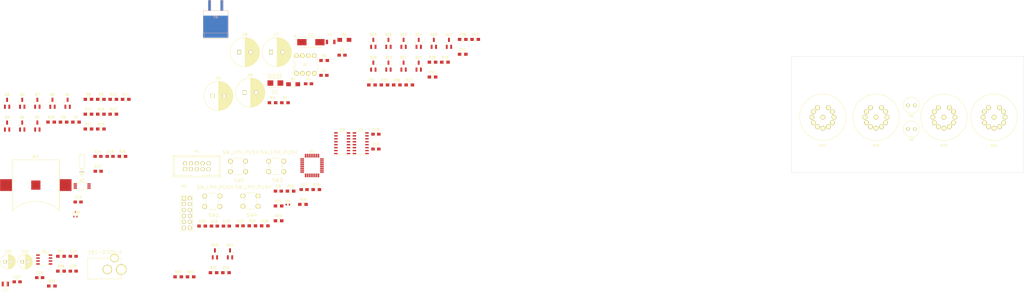
<source format=kicad_pcb>
(kicad_pcb (version 4) (host pcbnew 4.0.2-stable)
  (layers (0 F.Cu signal) (31 B.Cu signal) (34 B.Paste user) (35 F.Paste user) (36 B.SilkS user) (37 F.SilkS user) (38 B.Mask user) (39 F.Mask user) (44 Edge.Cuts user))
  (net 0 "")
  (net 1 "Net-(BT1-Pad1)")
  (net 2 GND)
  (net 3 "Net-(C1-Pad1)")
  (net 4 +12V)
  (net 5 "Net-(C4-Pad1)")
  (net 6 "Net-(C4-Pad2)")
  (net 7 "Net-(C10-Pad1)")
  (net 8 "Net-(C12-Pad1)")
  (net 9 "Net-(C13-Pad1)")
  (net 10 "Net-(C14-Pad2)")
  (net 11 "Net-(C15-Pad2)")
  (net 12 "Net-(C16-Pad2)")
  (net 13 "Net-(C17-Pad2)")
  (net 14 +3V3)
  (net 15 "Net-(C20-Pad1)")
  (net 16 "Net-(C25-Pad1)")
  (net 17 "Net-(C25-Pad2)")
  (net 18 "Net-(CON1-Pad2)")
  (net 19 "Net-(D1-Pad1)")
  (net 20 "Net-(D4-Pad2)")
  (net 21 "Net-(D4-Pad1)")
  (net 22 "Net-(D6-Pad2)")
  (net 23 "Net-(IC1-Pad1)")
  (net 24 "Net-(IC1-Pad2)")
  (net 25 /MCU/CYA0)
  (net 26 /MCU/CYA1)
  (net 27 "Net-(IC1-Pad9)")
  (net 28 "Net-(IC1-Pad10)")
  (net 29 "Net-(IC1-Pad11)")
  (net 30 "/MCU/MCU Shift Registers/SCLR")
  (net 31 "/MCU/MCU Shift Registers/OE")
  (net 32 "/MCU/MCU Shift Registers/RCLK")
  (net 33 "Net-(IC1-Pad15)")
  (net 34 "Net-(IC1-Pad16)")
  (net 35 "Net-(IC1-Pad17)")
  (net 36 /MCU/CYA7)
  (net 37 /MCU/CYA8)
  (net 38 /MCU/CYA2)
  (net 39 /MCU/CYA3)
  (net 40 /MCU/CYA4)
  (net 41 "/Nixie Power Supply/180V_SHDN")
  (net 42 "/MCU/MCU RTC/RTC_SDA")
  (net 43 "/MCU/MCU RTC/RTC_SCL")
  (net 44 /MCU/CYA5)
  (net 45 /MCU/CYA6)
  (net 46 "/MCU/MCU RTC/RTC_MFP")
  (net 47 "Net-(N1-Pad1)")
  (net 48 "Net-(N1-Pad2)")
  (net 49 "Net-(N2-Pad1)")
  (net 50 "Net-(N2-Pad2)")
  (net 51 "Net-(NX1-Pad11)")
  (net 52 "/Nixie Tubes/NIXIE_ZERO_CAT")
  (net 53 "/Nixie Tubes/NIXIE_NINE_CAT")
  (net 54 "/Nixie Tubes/NIXIE_EIGHT_CAT")
  (net 55 "/Nixie Tubes/NIXIE_SEVEN_CAT")
  (net 56 "/Nixie Tubes/NIXIE_SIX_CAT")
  (net 57 "/Nixie Tubes/NIXIE_FIVE_CAT")
  (net 58 "/Nixie Tubes/NIXIE_FOUR_CAT")
  (net 59 "/Nixie Tubes/NIXIE_THREE_CAT")
  (net 60 "/Nixie Tubes/NIXIE_TWO_CAT")
  (net 61 "/Nixie Tubes/NIXIE_ONE_CAT")
  (net 62 "Net-(NX1-Pad12)")
  (net 63 "Net-(NX2-Pad11)")
  (net 64 "Net-(NX2-Pad12)")
  (net 65 "Net-(NX3-Pad11)")
  (net 66 "Net-(NX3-Pad12)")
  (net 67 "Net-(NX4-Pad11)")
  (net 68 "Net-(NX4-Pad12)")
  (net 69 "Net-(P1-Pad3)")
  (net 70 "Net-(P3-Pad1)")
  (net 71 "Net-(P3-Pad2)")
  (net 72 "Net-(Q1-Pad1)")
  (net 73 "Net-(Q1-Pad3)")
  (net 74 "Net-(Q2-Pad2)")
  (net 75 "Net-(Q2-Pad3)")
  (net 76 "Net-(Q3-Pad2)")
  (net 77 "Net-(Q3-Pad3)")
  (net 78 "Net-(Q4-Pad1)")
  (net 79 "Net-(Q4-Pad3)")
  (net 80 "Net-(Q5-Pad1)")
  (net 81 "Net-(Q5-Pad3)")
  (net 82 "Net-(Q6-Pad2)")
  (net 83 "Net-(Q6-Pad3)")
  (net 84 "Net-(Q7-Pad2)")
  (net 85 "Net-(Q7-Pad3)")
  (net 86 "Net-(Q8-Pad1)")
  (net 87 "Net-(Q8-Pad3)")
  (net 88 "Net-(Q9-Pad1)")
  (net 89 "Net-(Q9-Pad3)")
  (net 90 "Net-(Q10-Pad2)")
  (net 91 "Net-(Q11-Pad2)")
  (net 92 "Net-(Q12-Pad2)")
  (net 93 "Net-(Q13-Pad2)")
  (net 94 "Net-(Q14-Pad2)")
  (net 95 "Net-(Q15-Pad2)")
  (net 96 "Net-(Q16-Pad2)")
  (net 97 "Net-(Q17-Pad2)")
  (net 98 "Net-(Q18-Pad2)")
  (net 99 "Net-(Q19-Pad2)")
  (net 100 "Net-(Q20-Pad2)")
  (net 101 "Net-(Q21-Pad2)")
  (net 102 "Net-(R1-Pad1)")
  (net 103 "Net-(D2-Pad1)")
  (net 104 "/Nixie Control/MCU_SEL_ONE")
  (net 105 "Net-(D3-Pad2)")
  (net 106 "Net-(D5-Pad2)")
  (net 107 "/MCU/MCU Shift Registers/SER")
  (net 108 "/MCU/MCU Shift Registers/SRCLK")
  (net 109 "Net-(R22-Pad2)")
  (net 110 "Net-(R23-Pad1)")
  (net 111 "Net-(R27-Pad2)")
  (net 112 "Net-(R28-Pad1)")
  (net 113 "Net-(R29-Pad1)")
  (net 114 "Net-(R30-Pad2)")
  (net 115 "/Colon Tubes/SEL_DOT_TOP")
  (net 116 "/Colon Tubes/SEL_DOT_BOT")
  (net 117 "/Nixie Control/MCU_SEL_FIVE")
  (net 118 "/Nixie Control/MCU_SEL_SIX")
  (net 119 "/Nixie Control/MCU_SEL_SEVEN")
  (net 120 "/Nixie Control/MCU_SEL_EIGHT")
  (net 121 "/Nixie Control/MCU_SEL_FOUR")
  (net 122 "/Nixie Control/MCU_SEL_NINE")
  (net 123 "Net-(SW4-Pad1)")
  (net 124 "Net-(U3-Pad9)")
  (net 125 "Net-(U4-Pad9)")
  (module Nixie:3026_bat_clip (layer F.Cu) (at -226.951 125.777)
    (fp_text reference BT1 (at 0 -12.192) (layer F.SilkS))
    (fp_text value BATTERY)
    (pad 1 smd rect (at -12.825 0) (size 5.08 5.08) (layers F.Cu F.Paste F.Mask) (net 1 "Net-(BT1-Pad1)"))
    (pad 2 smd rect (at 0 0) (size 3.96 3.96) (layers F.Cu F.Paste F.Mask) (net 2 GND))
    (pad 1 smd rect (at 12.825 0) (size 5.08 5.08) (layers F.Cu F.Paste F.Mask) (net 1 "Net-(BT1-Pad1)"))
  )
  (module Capacitors_SMD:C_0805_HandSoldering (layer F.Cu) (at -102.970999 78.469)
    (fp_text reference C1 (at 0 -2.1) (layer F.SilkS))
    (fp_text value 0.1uF)
    (pad 1 smd rect (at -1.25 0) (size 1.5 1.25) (layers F.Cu F.Paste F.Mask) (net 3 "Net-(C1-Pad1)"))
    (pad 2 smd rect (at 1.25 0) (size 1.5 1.25) (layers F.Cu F.Paste F.Mask) (net 2 GND))
  )
  (module Capacitors_Tantalum_SMD:TantalC_SizeD_EIA-7343_HandSoldering (layer F.Cu) (at -108.573559 64.16846)
    (fp_text reference C2 (at -0.20066 -3.29946) (layer F.SilkS))
    (fp_text value 68uF)
    (fp_text user + (at -6.85546 -2.70002) (layer F.SilkS))
    (pad 2 smd rect (at 3.88874 0) (size 4.0005 2.70002) (layers F.Cu F.Paste F.Mask) (net 2 GND))
    (pad 1 smd rect (at -3.88874 0) (size 4.0005 2.70002) (layers F.Cu F.Paste F.Mask) (net 4 +12V))
  )
  (module Capacitors_SMD:C_0805_HandSoldering (layer F.Cu) (at -95.160999 69.769)
    (fp_text reference C3 (at 0 -2.1) (layer F.SilkS))
    (fp_text value 0.1uF)
    (pad 1 smd rect (at -1.25 0) (size 1.5 1.25) (layers F.Cu F.Paste F.Mask) (net 4 +12V))
    (pad 2 smd rect (at 1.25 0) (size 1.5 1.25) (layers F.Cu F.Paste F.Mask) (net 2 GND))
  )
  (module Capacitors_SMD:C_0805_HandSoldering (layer F.Cu) (at -109.581476 82.099)
    (fp_text reference C4 (at 0 -2.1) (layer F.SilkS))
    (fp_text value 100pF)
    (pad 1 smd rect (at -1.25 0) (size 1.5 1.25) (layers F.Cu F.Paste F.Mask) (net 5 "Net-(C4-Pad1)"))
    (pad 2 smd rect (at 1.25 0) (size 1.5 1.25) (layers F.Cu F.Paste F.Mask) (net 6 "Net-(C4-Pad2)"))
  )
  (module Capacitors_ThroughHole:C_Radial_D12.5_L25_P5 (layer F.Cu) (at -150.880999 87.319)
    (fp_text reference C5 (at 2.5 -7.6) (layer F.SilkS))
    (fp_text value 47uF)
    (pad 2 thru_hole circle (at 5 0) (size 1.7 1.7) (drill 1.2) (layers *.Cu *.Mask F.SilkS) (net 2 GND))
    (pad 1 thru_hole rect (at 0 0) (size 1.7 1.7) (drill 1.2) (layers *.Cu *.Mask F.SilkS) (net 6 "Net-(C4-Pad2)"))
  )
  (module Capacitors_ThroughHole:C_Radial_D12.5_L25_P5 (layer F.Cu) (at -137.130999 85.869)
    (fp_text reference C6 (at 2.5 -7.6) (layer F.SilkS))
    (fp_text value 47uF)
    (pad 2 thru_hole circle (at 5 0) (size 1.7 1.7) (drill 1.2) (layers *.Cu *.Mask F.SilkS) (net 2 GND))
    (pad 1 thru_hole rect (at 0 0) (size 1.7 1.7) (drill 1.2) (layers *.Cu *.Mask F.SilkS) (net 6 "Net-(C4-Pad2)"))
  )
  (module Capacitors_ThroughHole:C_Radial_D12.5_L25_P5 (layer F.Cu) (at -125.730999 68.469)
    (fp_text reference C7 (at 2.5 -7.6) (layer F.SilkS))
    (fp_text value 47uF)
    (pad 2 thru_hole circle (at 5 0) (size 1.7 1.7) (drill 1.2) (layers *.Cu *.Mask F.SilkS) (net 2 GND))
    (pad 1 thru_hole rect (at 0 0) (size 1.7 1.7) (drill 1.2) (layers *.Cu *.Mask F.SilkS) (net 6 "Net-(C4-Pad2)"))
  )
  (module Capacitors_ThroughHole:C_Radial_D12.5_L25_P5 (layer F.Cu) (at -139.480999 68.469)
    (fp_text reference C8 (at 2.5 -7.6) (layer F.SilkS))
    (fp_text value 47uF)
    (pad 2 thru_hole circle (at 5 0) (size 1.7 1.7) (drill 1.2) (layers *.Cu *.Mask F.SilkS) (net 2 GND))
    (pad 1 thru_hole rect (at 0 0) (size 1.7 1.7) (drill 1.2) (layers *.Cu *.Mask F.SilkS) (net 6 "Net-(C4-Pad2)"))
  )
  (module Capacitors_SMD:C_0805_HandSoldering (layer F.Cu) (at -122.580999 128.369)
    (fp_text reference C9 (at 0 -2.1) (layer F.SilkS))
    (fp_text value 0.1uF)
    (pad 1 smd rect (at -1.25 0) (size 1.5 1.25) (layers F.Cu F.Paste F.Mask) (net 7 "Net-(C10-Pad1)"))
    (pad 2 smd rect (at 1.25 0) (size 1.5 1.25) (layers F.Cu F.Paste F.Mask) (net 2 GND))
  )
  (module Capacitors_SMD:C_0805_HandSoldering (layer F.Cu) (at -150.110999 143.419)
    (fp_text reference C10 (at 0 -2.1) (layer F.SilkS))
    (fp_text value 0.1uF)
    (pad 1 smd rect (at -1.25 0) (size 1.5 1.25) (layers F.Cu F.Paste F.Mask) (net 7 "Net-(C10-Pad1)"))
    (pad 2 smd rect (at 1.25 0) (size 1.5 1.25) (layers F.Cu F.Paste F.Mask) (net 2 GND))
  )
  (module Capacitors_SMD:C_0805_HandSoldering (layer F.Cu) (at -111.500999 127.699)
    (fp_text reference C11 (at 0 -2.1) (layer F.SilkS))
    (fp_text value 0.1uF)
    (pad 1 smd rect (at -1.25 0) (size 1.5 1.25) (layers F.Cu F.Paste F.Mask) (net 7 "Net-(C10-Pad1)"))
    (pad 2 smd rect (at 1.25 0) (size 1.5 1.25) (layers F.Cu F.Paste F.Mask) (net 2 GND))
  )
  (module Capacitors_SMD:C_0805_HandSoldering (layer F.Cu) (at -139.020999 143.339)
    (fp_text reference C12 (at 0 -2.1) (layer F.SilkS))
    (fp_text value 0.1uF)
    (pad 1 smd rect (at -1.25 0) (size 1.5 1.25) (layers F.Cu F.Paste F.Mask) (net 8 "Net-(C12-Pad1)"))
    (pad 2 smd rect (at 1.25 0) (size 1.5 1.25) (layers F.Cu F.Paste F.Mask) (net 2 GND))
  )
  (module Capacitors_SMD:C_0805_HandSoldering (layer F.Cu) (at -144.960999 143.419)
    (fp_text reference C13 (at 0 -2.1) (layer F.SilkS))
    (fp_text value 0.1uF)
    (pad 1 smd rect (at -1.25 0) (size 1.5 1.25) (layers F.Cu F.Paste F.Mask) (net 9 "Net-(C13-Pad1)"))
    (pad 2 smd rect (at 1.25 0) (size 1.5 1.25) (layers F.Cu F.Paste F.Mask) (net 2 GND))
  )
  (module Capacitors_SMD:C_0805_HandSoldering (layer F.Cu) (at -200.200999 113.399)
    (fp_text reference C14 (at 0 -2.1) (layer F.SilkS))
    (fp_text value 11pF)
    (pad 1 smd rect (at -1.25 0) (size 1.5 1.25) (layers F.Cu F.Paste F.Mask) (net 2 GND))
    (pad 2 smd rect (at 1.25 0) (size 1.5 1.25) (layers F.Cu F.Paste F.Mask) (net 10 "Net-(C14-Pad2)"))
  )
  (module Capacitors_SMD:C_0805_HandSoldering (layer F.Cu) (at -208.760999 133.059)
    (fp_text reference C15 (at 0 -2.1) (layer F.SilkS))
    (fp_text value 11pF)
    (pad 1 smd rect (at -1.25 0) (size 1.5 1.25) (layers F.Cu F.Paste F.Mask) (net 2 GND))
    (pad 2 smd rect (at 1.25 0) (size 1.5 1.25) (layers F.Cu F.Paste F.Mask) (net 11 "Net-(C15-Pad2)"))
  )
  (module Capacitors_SMD:C_0805_HandSoldering (layer F.Cu) (at -194.991476 113.399)
    (fp_text reference C16 (at 0 -2.1) (layer F.SilkS))
    (fp_text value 100pF)
    (pad 1 smd rect (at -1.25 0) (size 1.5 1.25) (layers F.Cu F.Paste F.Mask) (net 2 GND))
    (pad 2 smd rect (at 1.25 0) (size 1.5 1.25) (layers F.Cu F.Paste F.Mask) (net 12 "Net-(C16-Pad2)"))
  )
  (module Capacitors_SMD:C_0805_HandSoldering (layer F.Cu) (at -200.110999 119.799)
    (fp_text reference C17 (at 0 -2.1) (layer F.SilkS))
    (fp_text value 0.1uF)
    (pad 1 smd rect (at -1.25 0) (size 1.5 1.25) (layers F.Cu F.Paste F.Mask) (net 2 GND))
    (pad 2 smd rect (at 1.25 0) (size 1.5 1.25) (layers F.Cu F.Paste F.Mask) (net 13 "Net-(C17-Pad2)"))
  )
  (module Capacitors_SMD:C_0805_HandSoldering (layer F.Cu) (at -80.600999 103.829)
    (fp_text reference C18 (at 0 -2.1) (layer F.SilkS))
    (fp_text value 0.1u)
    (pad 1 smd rect (at -1.25 0) (size 1.5 1.25) (layers F.Cu F.Paste F.Mask) (net 14 +3V3))
    (pad 2 smd rect (at 1.25 0) (size 1.5 1.25) (layers F.Cu F.Paste F.Mask) (net 2 GND))
  )
  (module Capacitors_SMD:C_0805_HandSoldering (layer F.Cu) (at -80.600999 110.229)
    (fp_text reference C19 (at 0 -2.1) (layer F.SilkS))
    (fp_text value 0.1u)
    (pad 1 smd rect (at -1.25 0) (size 1.5 1.25) (layers F.Cu F.Paste F.Mask) (net 14 +3V3))
    (pad 2 smd rect (at 1.25 0) (size 1.5 1.25) (layers F.Cu F.Paste F.Mask) (net 2 GND))
  )
  (module Capacitors_ThroughHole:C_Radial_D6.3_L11.2_P2.5 (layer F.Cu) (at -240.140999 158.769)
    (fp_text reference C20 (at 1.25 -4.4) (layer F.SilkS))
    (fp_text value 22uF)
    (pad 2 thru_hole circle (at 2.5 0) (size 1.3 1.3) (drill 0.8) (layers *.Cu *.Mask F.SilkS) (net 2 GND))
    (pad 1 thru_hole rect (at 0 0) (size 1.3 1.3) (drill 0.8) (layers *.Cu *.Mask F.SilkS) (net 15 "Net-(C20-Pad1)"))
  )
  (module Capacitors_ThroughHole:C_Radial_D6.3_L11.2_P2.5 (layer F.Cu) (at -232.790999 158.769)
    (fp_text reference C21 (at 1.25 -4.4) (layer F.SilkS))
    (fp_text value 22uF)
    (pad 2 thru_hole circle (at 2.5 0) (size 1.3 1.3) (drill 0.8) (layers *.Cu *.Mask F.SilkS) (net 2 GND))
    (pad 1 thru_hole rect (at 0 0) (size 1.3 1.3) (drill 0.8) (layers *.Cu *.Mask F.SilkS) (net 15 "Net-(C20-Pad1)"))
  )
  (module Capacitors_SMD:C_0805_HandSoldering (layer F.Cu) (at -235.000999 167.469)
    (fp_text reference C22 (at 0 -2.1) (layer F.SilkS))
    (fp_text value 10uF)
    (pad 1 smd rect (at -1.25 0) (size 1.5 1.25) (layers F.Cu F.Paste F.Mask) (net 4 +12V))
    (pad 2 smd rect (at 1.25 0) (size 1.5 1.25) (layers F.Cu F.Paste F.Mask) (net 2 GND))
  )
  (module Capacitors_SMD:C_0805_HandSoldering (layer F.Cu) (at -225.290999 165.669)
    (fp_text reference C23 (at 0 -2.1) (layer F.SilkS))
    (fp_text value 10uF)
    (pad 1 smd rect (at -1.25 0) (size 1.5 1.25) (layers F.Cu F.Paste F.Mask) (net 4 +12V))
    (pad 2 smd rect (at 1.25 0) (size 1.5 1.25) (layers F.Cu F.Paste F.Mask) (net 2 GND))
  )
  (module Capacitors_SMD:C_0805_HandSoldering (layer F.Cu) (at -210.860999 156.469)
    (fp_text reference C24 (at 0 -2.1) (layer F.SilkS))
    (fp_text value 0.1uF)
    (pad 1 smd rect (at -1.25 0) (size 1.5 1.25) (layers F.Cu F.Paste F.Mask) (net 4 +12V))
    (pad 2 smd rect (at 1.25 0) (size 1.5 1.25) (layers F.Cu F.Paste F.Mask) (net 2 GND))
  )
  (module Capacitors_SMD:C_0805_HandSoldering (layer F.Cu) (at -210.860999 162.869)
    (fp_text reference C25 (at 0 -2.1) (layer F.SilkS))
    (fp_text value 0.1uF)
    (pad 1 smd rect (at -1.25 0) (size 1.5 1.25) (layers F.Cu F.Paste F.Mask) (net 16 "Net-(C25-Pad1)"))
    (pad 2 smd rect (at 1.25 0) (size 1.5 1.25) (layers F.Cu F.Paste F.Mask) (net 17 "Net-(C25-Pad2)"))
  )
  (module Nixie:161-0725-E (layer F.Cu) (at -204.646 157.259)
    (fp_text reference CON1 hide)
    (fp_text value 161-0725-E (at 7.62 -2.54) (layer F.SilkS) (effects (font (size 1.5 1.5))))
    (pad "" np_thru_hole circle (at 4 4.9) (size 2.2 2.2) (drill 2.2) (layers *.Cu *.Mask F.SilkS))
    (pad 3 thru_hole circle (at 8.5 4.9) (size 4 4) (drill 3) (layers *.Cu *.Mask F.SilkS) (net 2 GND))
    (pad 1 thru_hole circle (at 14.5 4.9) (size 4.5 4.5) (drill 3.5) (layers *.Cu *.Mask F.SilkS) (net 4 +12V))
    (pad 2 thru_hole circle (at 11.55 0) (size 3.5 3.5) (drill 2.5) (layers *.Cu *.Mask F.SilkS) (net 18 "Net-(CON1-Pad2)"))
  )
  (module Nixie:DO-214AA-2 (layer F.Cu) (at -127.256 81.794)
    (fp_text reference D1 (at 3.175 3.81) (layer F.SilkS) (effects (font (size 1.5 1.5))))
    (fp_text value DIODE (at 3.175 -3.175) (layer F.SilkS) (effects (font (size 1.5 1.5))))
    (pad 2 smd rect (at 5.55 0) (size 2.5 2.3) (layers F.Cu F.Paste F.Mask) (net 6 "Net-(C4-Pad2)"))
    (pad 1 smd rect (at 1.25 0) (size 2.5 2.3) (layers F.Cu F.Paste F.Mask) (net 19 "Net-(D1-Pad1)"))
  )
  (module Diodes_SMD:SOD-523 (layer F.Cu) (at -118.50481 134.169)
    (fp_text reference D4 (at 0 -1.5) (layer F.SilkS))
    (fp_text value D)
    (pad 2 smd rect (at -0.7 0) (size 0.6 0.7) (layers F.Cu F.Paste F.Mask) (net 20 "Net-(D4-Pad2)"))
    (pad 1 smd rect (at 0.7 0) (size 0.6 0.7) (layers F.Cu F.Paste F.Mask) (net 21 "Net-(D4-Pad1)"))
  )
  (module TO_SOT_Packages_SMD:SC-70 (layer F.Cu) (at -209.910999 138.359)
    (fp_text reference D6 (at 0.95 -1) (layer F.SilkS))
    (fp_text value DIODE)
    (pad 1 smd rect (at -0.6604 1.016) (size 0.4572 0.7112) (layers F.Cu F.Paste F.Mask) (net 1 "Net-(BT1-Pad1)"))
    (pad 2 smd rect (at 0.6604 1.016) (size 0.4572 0.7112) (layers F.Cu F.Paste F.Mask) (net 22 "Net-(D6-Pad2)"))
    (pad 3 smd rect (at 0 -1.016) (size 0.4572 0.7112) (layers F.Cu F.Paste F.Mask))
  )
  (module Housings_QFP:TQFP-32_7x7mm_Pitch0.8mm (layer F.Cu) (at -108.084333 117.349)
    (fp_text reference IC1 (at 0 -6.05) (layer F.SilkS))
    (fp_text value ATMEGA168A-A)
    (pad 1 smd rect (at -4.25 -2.8) (size 1.6 0.55) (layers F.Cu F.Paste F.Mask) (net 23 "Net-(IC1-Pad1)"))
    (pad 2 smd rect (at -4.25 -2) (size 1.6 0.55) (layers F.Cu F.Paste F.Mask) (net 24 "Net-(IC1-Pad2)"))
    (pad 3 smd rect (at -4.25 -1.2) (size 1.6 0.55) (layers F.Cu F.Paste F.Mask) (net 2 GND))
    (pad 4 smd rect (at -4.25 -0.4) (size 1.6 0.55) (layers F.Cu F.Paste F.Mask) (net 7 "Net-(C10-Pad1)"))
    (pad 5 smd rect (at -4.25 0.4) (size 1.6 0.55) (layers F.Cu F.Paste F.Mask) (net 2 GND))
    (pad 6 smd rect (at -4.25 1.2) (size 1.6 0.55) (layers F.Cu F.Paste F.Mask) (net 7 "Net-(C10-Pad1)"))
    (pad 7 smd rect (at -4.25 2) (size 1.6 0.55) (layers F.Cu F.Paste F.Mask) (net 25 /MCU/CYA0))
    (pad 8 smd rect (at -4.25 2.8) (size 1.6 0.55) (layers F.Cu F.Paste F.Mask) (net 26 /MCU/CYA1))
    (pad 9 smd rect (at -2.8 4.25 90) (size 1.6 0.55) (layers F.Cu F.Paste F.Mask) (net 27 "Net-(IC1-Pad9)"))
    (pad 10 smd rect (at -2 4.25 90) (size 1.6 0.55) (layers F.Cu F.Paste F.Mask) (net 28 "Net-(IC1-Pad10)"))
    (pad 11 smd rect (at -1.2 4.25 90) (size 1.6 0.55) (layers F.Cu F.Paste F.Mask) (net 29 "Net-(IC1-Pad11)"))
    (pad 12 smd rect (at -0.4 4.25 90) (size 1.6 0.55) (layers F.Cu F.Paste F.Mask) (net 30 "/MCU/MCU Shift Registers/SCLR"))
    (pad 13 smd rect (at 0.4 4.25 90) (size 1.6 0.55) (layers F.Cu F.Paste F.Mask) (net 31 "/MCU/MCU Shift Registers/OE"))
    (pad 14 smd rect (at 1.2 4.25 90) (size 1.6 0.55) (layers F.Cu F.Paste F.Mask) (net 32 "/MCU/MCU Shift Registers/RCLK"))
    (pad 15 smd rect (at 2 4.25 90) (size 1.6 0.55) (layers F.Cu F.Paste F.Mask) (net 33 "Net-(IC1-Pad15)"))
    (pad 16 smd rect (at 2.8 4.25 90) (size 1.6 0.55) (layers F.Cu F.Paste F.Mask) (net 34 "Net-(IC1-Pad16)"))
    (pad 17 smd rect (at 4.25 2.8) (size 1.6 0.55) (layers F.Cu F.Paste F.Mask) (net 35 "Net-(IC1-Pad17)"))
    (pad 18 smd rect (at 4.25 2) (size 1.6 0.55) (layers F.Cu F.Paste F.Mask) (net 7 "Net-(C10-Pad1)"))
    (pad 19 smd rect (at 4.25 1.2) (size 1.6 0.55) (layers F.Cu F.Paste F.Mask) (net 36 /MCU/CYA7))
    (pad 20 smd rect (at 4.25 0.4) (size 1.6 0.55) (layers F.Cu F.Paste F.Mask) (net 8 "Net-(C12-Pad1)"))
    (pad 21 smd rect (at 4.25 -0.4) (size 1.6 0.55) (layers F.Cu F.Paste F.Mask) (net 2 GND))
    (pad 22 smd rect (at 4.25 -1.2) (size 1.6 0.55) (layers F.Cu F.Paste F.Mask) (net 37 /MCU/CYA8))
    (pad 23 smd rect (at 4.25 -2) (size 1.6 0.55) (layers F.Cu F.Paste F.Mask) (net 38 /MCU/CYA2))
    (pad 24 smd rect (at 4.25 -2.8) (size 1.6 0.55) (layers F.Cu F.Paste F.Mask) (net 39 /MCU/CYA3))
    (pad 25 smd rect (at 2.8 -4.25 90) (size 1.6 0.55) (layers F.Cu F.Paste F.Mask) (net 40 /MCU/CYA4))
    (pad 26 smd rect (at 2 -4.25 90) (size 1.6 0.55) (layers F.Cu F.Paste F.Mask) (net 41 "/Nixie Power Supply/180V_SHDN"))
    (pad 27 smd rect (at 1.2 -4.25 90) (size 1.6 0.55) (layers F.Cu F.Paste F.Mask) (net 42 "/MCU/MCU RTC/RTC_SDA"))
    (pad 28 smd rect (at 0.4 -4.25 90) (size 1.6 0.55) (layers F.Cu F.Paste F.Mask) (net 43 "/MCU/MCU RTC/RTC_SCL"))
    (pad 29 smd rect (at -0.4 -4.25 90) (size 1.6 0.55) (layers F.Cu F.Paste F.Mask) (net 9 "Net-(C13-Pad1)"))
    (pad 30 smd rect (at -1.2 -4.25 90) (size 1.6 0.55) (layers F.Cu F.Paste F.Mask) (net 44 /MCU/CYA5))
    (pad 31 smd rect (at -2 -4.25 90) (size 1.6 0.55) (layers F.Cu F.Paste F.Mask) (net 45 /MCU/CYA6))
    (pad 32 smd rect (at -2.8 -4.25 90) (size 1.6 0.55) (layers F.Cu F.Paste F.Mask) (net 46 "/MCU/MCU RTC/RTC_MFP"))
  )
  (module Inductors_NEOSID:Neosid_Inductor_SM-NE30_SMD1210 (layer F.Cu) (at -100.08542 64.0694)
    (fp_text reference L1 (at -0.20066 -3.2004) (layer F.SilkS))
    (fp_text value 150u)
    (pad 2 smd rect (at 1.6002 0) (size 1.00076 1.89992) (layers F.Cu F.Paste F.Mask) (net 19 "Net-(D1-Pad1)"))
    (pad 1 smd rect (at -1.6002 0) (size 1.00076 1.89992) (layers F.Cu F.Paste F.Mask) (net 4 +12V))
  )
  (module Nixie:ind_2518 (layer F.Cu) (at -240.074334 168.417)
    (fp_text reference L2 (at 0 2.54) (layer F.SilkS))
    (fp_text value 2.2uH)
    (pad 1 smd rect (at -1.05 0) (size 1 2) (layers F.Cu F.Paste F.Mask) (net 15 "Net-(C20-Pad1)"))
    (pad 2 smd rect (at 1.05 0) (size 1 2) (layers F.Cu F.Paste F.Mask) (net 17 "Net-(C25-Pad2)"))
  )
  (module Nixie:neon_ind (layer F.Cu) (at 149.86 91.44)
    (fp_text reference N1 (at 0 4.572) (layer F.SilkS))
    (fp_text value C2A)
    (pad 1 thru_hole circle (at 1.5 0) (size 1.524 1.524) (drill 0.75) (layers *.Cu *.Mask F.SilkS) (net 47 "Net-(N1-Pad1)"))
    (pad 2 thru_hole circle (at -1.5 0) (size 1.524 1.524) (drill 0.75) (layers *.Cu *.Mask F.SilkS) (net 48 "Net-(N1-Pad2)"))
  )
  (module Nixie:neon_ind (layer F.Cu) (at 149.86 101.6)
    (fp_text reference N2 (at 0 4.572) (layer F.SilkS))
    (fp_text value C2A)
    (pad 1 thru_hole circle (at 1.5 0) (size 1.524 1.524) (drill 0.75) (layers *.Cu *.Mask F.SilkS) (net 49 "Net-(N2-Pad1)"))
    (pad 2 thru_hole circle (at -1.5 0) (size 1.524 1.524) (drill 0.75) (layers *.Cu *.Mask F.SilkS) (net 50 "Net-(N2-Pad2)"))
  )
  (module Nixie:pl27-1pd (layer F.Cu) (at 185.42 96.52)
    (fp_text reference NX1 (at 0 12.192) (layer F.SilkS))
    (fp_text value IN-8)
    (pad 11 thru_hole circle (at -2.375 -4.113621) (size 2 2) (drill 1) (layers *.Cu *.Mask F.SilkS) (net 51 "Net-(NX1-Pad11)"))
    (pad 10 thru_hole circle (at -4.113621 -2.375) (size 2 2) (drill 1) (layers *.Cu *.Mask F.SilkS) (net 52 "/Nixie Tubes/NIXIE_ZERO_CAT"))
    (pad 9 thru_hole circle (at -4.75 0) (size 2 2) (drill 1) (layers *.Cu *.Mask F.SilkS) (net 53 "/Nixie Tubes/NIXIE_NINE_CAT"))
    (pad 8 thru_hole circle (at -4.113621 2.375) (size 2 2) (drill 1) (layers *.Cu *.Mask F.SilkS) (net 54 "/Nixie Tubes/NIXIE_EIGHT_CAT"))
    (pad 7 thru_hole circle (at -2.375 4.113621) (size 2 2) (drill 1) (layers *.Cu *.Mask F.SilkS) (net 55 "/Nixie Tubes/NIXIE_SEVEN_CAT"))
    (pad 6 thru_hole circle (at 0 4.75) (size 2 2) (drill 1) (layers *.Cu *.Mask F.SilkS) (net 56 "/Nixie Tubes/NIXIE_SIX_CAT"))
    (pad 5 thru_hole circle (at 2.375 4.113621) (size 2 2) (drill 1) (layers *.Cu *.Mask F.SilkS) (net 57 "/Nixie Tubes/NIXIE_FIVE_CAT"))
    (pad 4 thru_hole circle (at 4.113621 2.375) (size 2 2) (drill 1) (layers *.Cu *.Mask F.SilkS) (net 58 "/Nixie Tubes/NIXIE_FOUR_CAT"))
    (pad 3 thru_hole circle (at 4.75 0) (size 2 2) (drill 1) (layers *.Cu *.Mask F.SilkS) (net 59 "/Nixie Tubes/NIXIE_THREE_CAT"))
    (pad 2 thru_hole circle (at 4.113621 -2.375) (size 2 2) (drill 1) (layers *.Cu *.Mask F.SilkS) (net 60 "/Nixie Tubes/NIXIE_TWO_CAT"))
    (pad 1 thru_hole circle (at 2.375 -4.113621) (size 2 2) (drill 1) (layers *.Cu *.Mask F.SilkS) (net 61 "/Nixie Tubes/NIXIE_ONE_CAT"))
    (pad 12 thru_hole circle (at 0 0) (size 2 2) (drill 1) (layers *.Cu *.Mask F.SilkS) (net 62 "Net-(NX1-Pad12)"))
  )
  (module Nixie:pl27-1pd (layer F.Cu) (at 163.83 96.52)
    (fp_text reference NX2 (at 0 12.192) (layer F.SilkS))
    (fp_text value IN-8)
    (pad 11 thru_hole circle (at -2.375 -4.113621) (size 2 2) (drill 1) (layers *.Cu *.Mask F.SilkS) (net 63 "Net-(NX2-Pad11)"))
    (pad 10 thru_hole circle (at -4.113621 -2.375) (size 2 2) (drill 1) (layers *.Cu *.Mask F.SilkS) (net 52 "/Nixie Tubes/NIXIE_ZERO_CAT"))
    (pad 9 thru_hole circle (at -4.75 0) (size 2 2) (drill 1) (layers *.Cu *.Mask F.SilkS) (net 53 "/Nixie Tubes/NIXIE_NINE_CAT"))
    (pad 8 thru_hole circle (at -4.113621 2.375) (size 2 2) (drill 1) (layers *.Cu *.Mask F.SilkS) (net 54 "/Nixie Tubes/NIXIE_EIGHT_CAT"))
    (pad 7 thru_hole circle (at -2.375 4.113621) (size 2 2) (drill 1) (layers *.Cu *.Mask F.SilkS) (net 55 "/Nixie Tubes/NIXIE_SEVEN_CAT"))
    (pad 6 thru_hole circle (at 0 4.75) (size 2 2) (drill 1) (layers *.Cu *.Mask F.SilkS) (net 56 "/Nixie Tubes/NIXIE_SIX_CAT"))
    (pad 5 thru_hole circle (at 2.375 4.113621) (size 2 2) (drill 1) (layers *.Cu *.Mask F.SilkS) (net 57 "/Nixie Tubes/NIXIE_FIVE_CAT"))
    (pad 4 thru_hole circle (at 4.113621 2.375) (size 2 2) (drill 1) (layers *.Cu *.Mask F.SilkS) (net 58 "/Nixie Tubes/NIXIE_FOUR_CAT"))
    (pad 3 thru_hole circle (at 4.75 0) (size 2 2) (drill 1) (layers *.Cu *.Mask F.SilkS) (net 59 "/Nixie Tubes/NIXIE_THREE_CAT"))
    (pad 2 thru_hole circle (at 4.113621 -2.375) (size 2 2) (drill 1) (layers *.Cu *.Mask F.SilkS) (net 60 "/Nixie Tubes/NIXIE_TWO_CAT"))
    (pad 1 thru_hole circle (at 2.375 -4.113621) (size 2 2) (drill 1) (layers *.Cu *.Mask F.SilkS) (net 61 "/Nixie Tubes/NIXIE_ONE_CAT"))
    (pad 12 thru_hole circle (at 0 0) (size 2 2) (drill 1) (layers *.Cu *.Mask F.SilkS) (net 64 "Net-(NX2-Pad12)"))
  )
  (module Nixie:pl27-1pd (layer F.Cu) (at 134.62 96.52)
    (fp_text reference NX3 (at 0 12.192) (layer F.SilkS))
    (fp_text value IN-8)
    (pad 11 thru_hole circle (at -2.375 -4.113621) (size 2 2) (drill 1) (layers *.Cu *.Mask F.SilkS) (net 65 "Net-(NX3-Pad11)"))
    (pad 10 thru_hole circle (at -4.113621 -2.375) (size 2 2) (drill 1) (layers *.Cu *.Mask F.SilkS) (net 52 "/Nixie Tubes/NIXIE_ZERO_CAT"))
    (pad 9 thru_hole circle (at -4.75 0) (size 2 2) (drill 1) (layers *.Cu *.Mask F.SilkS) (net 53 "/Nixie Tubes/NIXIE_NINE_CAT"))
    (pad 8 thru_hole circle (at -4.113621 2.375) (size 2 2) (drill 1) (layers *.Cu *.Mask F.SilkS) (net 54 "/Nixie Tubes/NIXIE_EIGHT_CAT"))
    (pad 7 thru_hole circle (at -2.375 4.113621) (size 2 2) (drill 1) (layers *.Cu *.Mask F.SilkS) (net 55 "/Nixie Tubes/NIXIE_SEVEN_CAT"))
    (pad 6 thru_hole circle (at 0 4.75) (size 2 2) (drill 1) (layers *.Cu *.Mask F.SilkS) (net 56 "/Nixie Tubes/NIXIE_SIX_CAT"))
    (pad 5 thru_hole circle (at 2.375 4.113621) (size 2 2) (drill 1) (layers *.Cu *.Mask F.SilkS) (net 57 "/Nixie Tubes/NIXIE_FIVE_CAT"))
    (pad 4 thru_hole circle (at 4.113621 2.375) (size 2 2) (drill 1) (layers *.Cu *.Mask F.SilkS) (net 58 "/Nixie Tubes/NIXIE_FOUR_CAT"))
    (pad 3 thru_hole circle (at 4.75 0) (size 2 2) (drill 1) (layers *.Cu *.Mask F.SilkS) (net 59 "/Nixie Tubes/NIXIE_THREE_CAT"))
    (pad 2 thru_hole circle (at 4.113621 -2.375) (size 2 2) (drill 1) (layers *.Cu *.Mask F.SilkS) (net 60 "/Nixie Tubes/NIXIE_TWO_CAT"))
    (pad 1 thru_hole circle (at 2.375 -4.113621) (size 2 2) (drill 1) (layers *.Cu *.Mask F.SilkS) (net 61 "/Nixie Tubes/NIXIE_ONE_CAT"))
    (pad 12 thru_hole circle (at 0 0) (size 2 2) (drill 1) (layers *.Cu *.Mask F.SilkS) (net 66 "Net-(NX3-Pad12)"))
  )
  (module Nixie:pl27-1pd (layer F.Cu) (at 111.76 96.52)
    (fp_text reference NX4 (at 0 12.192) (layer F.SilkS))
    (fp_text value IN-8)
    (pad 11 thru_hole circle (at -2.375 -4.113621) (size 2 2) (drill 1) (layers *.Cu *.Mask F.SilkS) (net 67 "Net-(NX4-Pad11)"))
    (pad 10 thru_hole circle (at -4.113621 -2.375) (size 2 2) (drill 1) (layers *.Cu *.Mask F.SilkS) (net 52 "/Nixie Tubes/NIXIE_ZERO_CAT"))
    (pad 9 thru_hole circle (at -4.75 0) (size 2 2) (drill 1) (layers *.Cu *.Mask F.SilkS) (net 53 "/Nixie Tubes/NIXIE_NINE_CAT"))
    (pad 8 thru_hole circle (at -4.113621 2.375) (size 2 2) (drill 1) (layers *.Cu *.Mask F.SilkS) (net 54 "/Nixie Tubes/NIXIE_EIGHT_CAT"))
    (pad 7 thru_hole circle (at -2.375 4.113621) (size 2 2) (drill 1) (layers *.Cu *.Mask F.SilkS) (net 55 "/Nixie Tubes/NIXIE_SEVEN_CAT"))
    (pad 6 thru_hole circle (at 0 4.75) (size 2 2) (drill 1) (layers *.Cu *.Mask F.SilkS) (net 56 "/Nixie Tubes/NIXIE_SIX_CAT"))
    (pad 5 thru_hole circle (at 2.375 4.113621) (size 2 2) (drill 1) (layers *.Cu *.Mask F.SilkS) (net 57 "/Nixie Tubes/NIXIE_FIVE_CAT"))
    (pad 4 thru_hole circle (at 4.113621 2.375) (size 2 2) (drill 1) (layers *.Cu *.Mask F.SilkS) (net 58 "/Nixie Tubes/NIXIE_FOUR_CAT"))
    (pad 3 thru_hole circle (at 4.75 0) (size 2 2) (drill 1) (layers *.Cu *.Mask F.SilkS) (net 59 "/Nixie Tubes/NIXIE_THREE_CAT"))
    (pad 2 thru_hole circle (at 4.113621 -2.375) (size 2 2) (drill 1) (layers *.Cu *.Mask F.SilkS) (net 60 "/Nixie Tubes/NIXIE_TWO_CAT"))
    (pad 1 thru_hole circle (at 2.375 -4.113621) (size 2 2) (drill 1) (layers *.Cu *.Mask F.SilkS) (net 61 "/Nixie Tubes/NIXIE_ONE_CAT"))
    (pad 12 thru_hole circle (at 0 0) (size 2 2) (drill 1) (layers *.Cu *.Mask F.SilkS) (net 68 "Net-(NX4-Pad12)"))
  )
  (module Connect:IDC_Header_Straight_10pins (layer F.Cu) (at -162.730999 118.919)
    (fp_text reference P1 (at 5.08 -7.62) (layer F.SilkS))
    (fp_text value CONN_02X05)
    (pad 1 thru_hole rect (at 0 0) (size 1.7272 1.7272) (drill 1.016) (layers *.Cu *.Mask F.SilkS) (net 33 "Net-(IC1-Pad15)"))
    (pad 2 thru_hole oval (at 0 -2.54) (size 1.7272 1.7272) (drill 1.016) (layers *.Cu *.Mask F.SilkS) (net 21 "Net-(D4-Pad1)"))
    (pad 3 thru_hole oval (at 2.54 0) (size 1.7272 1.7272) (drill 1.016) (layers *.Cu *.Mask F.SilkS) (net 69 "Net-(P1-Pad3)"))
    (pad 4 thru_hole oval (at 2.54 -2.54) (size 1.7272 1.7272) (drill 1.016) (layers *.Cu *.Mask F.SilkS) (net 2 GND))
    (pad 5 thru_hole oval (at 5.08 0) (size 1.7272 1.7272) (drill 1.016) (layers *.Cu *.Mask F.SilkS) (net 9 "Net-(C13-Pad1)"))
    (pad 6 thru_hole oval (at 5.08 -2.54) (size 1.7272 1.7272) (drill 1.016) (layers *.Cu *.Mask F.SilkS) (net 2 GND))
    (pad 7 thru_hole oval (at 7.62 0) (size 1.7272 1.7272) (drill 1.016) (layers *.Cu *.Mask F.SilkS) (net 35 "Net-(IC1-Pad17)"))
    (pad 8 thru_hole oval (at 7.62 -2.54) (size 1.7272 1.7272) (drill 1.016) (layers *.Cu *.Mask F.SilkS) (net 2 GND))
    (pad 9 thru_hole oval (at 10.16 0) (size 1.7272 1.7272) (drill 1.016) (layers *.Cu *.Mask F.SilkS) (net 34 "Net-(IC1-Pad16)"))
    (pad 10 thru_hole oval (at 10.16 -2.54) (size 1.7272 1.7272) (drill 1.016) (layers *.Cu *.Mask F.SilkS) (net 2 GND))
  )
  (module Pin_Headers:Pin_Header_Straight_2x06 (layer F.Cu) (at -163.197667 131.449)
    (fp_text reference P3 (at 0 -5.1) (layer F.SilkS))
    (fp_text value CONN_02X06)
    (pad 1 thru_hole rect (at 0 0) (size 1.7272 1.7272) (drill 1.016) (layers *.Cu *.Mask F.SilkS) (net 70 "Net-(P3-Pad1)"))
    (pad 2 thru_hole oval (at 2.54 0) (size 1.7272 1.7272) (drill 1.016) (layers *.Cu *.Mask F.SilkS) (net 71 "Net-(P3-Pad2)"))
    (pad 3 thru_hole oval (at 0 2.54) (size 1.7272 1.7272) (drill 1.016) (layers *.Cu *.Mask F.SilkS) (net 25 /MCU/CYA0))
    (pad 4 thru_hole oval (at 2.54 2.54) (size 1.7272 1.7272) (drill 1.016) (layers *.Cu *.Mask F.SilkS) (net 36 /MCU/CYA7))
    (pad 5 thru_hole oval (at 0 5.08) (size 1.7272 1.7272) (drill 1.016) (layers *.Cu *.Mask F.SilkS) (net 26 /MCU/CYA1))
    (pad 6 thru_hole oval (at 2.54 5.08) (size 1.7272 1.7272) (drill 1.016) (layers *.Cu *.Mask F.SilkS) (net 37 /MCU/CYA8))
    (pad 7 thru_hole oval (at 0 7.62) (size 1.7272 1.7272) (drill 1.016) (layers *.Cu *.Mask F.SilkS) (net 38 /MCU/CYA2))
    (pad 8 thru_hole oval (at 2.54 7.62) (size 1.7272 1.7272) (drill 1.016) (layers *.Cu *.Mask F.SilkS) (net 45 /MCU/CYA6))
    (pad 9 thru_hole oval (at 0 10.16) (size 1.7272 1.7272) (drill 1.016) (layers *.Cu *.Mask F.SilkS) (net 39 /MCU/CYA3))
    (pad 10 thru_hole oval (at 2.54 10.16) (size 1.7272 1.7272) (drill 1.016) (layers *.Cu *.Mask F.SilkS) (net 44 /MCU/CYA5))
    (pad 11 thru_hole oval (at 0 12.7) (size 1.7272 1.7272) (drill 1.016) (layers *.Cu *.Mask F.SilkS) (net 40 /MCU/CYA4))
    (pad 12 thru_hole oval (at 2.54 12.7) (size 1.7272 1.7272) (drill 1.016) (layers *.Cu *.Mask F.SilkS) (net 2 GND))
  )
  (module Nixie:to263 (layer B.Cu) (at -149.556 62.139)
    (fp_text reference Q1 (at 0 -8.89) (layer B.SilkS) (effects (justify mirror)))
    (fp_text value IPB50R199CP hide)
    (pad 1 smd rect (at -2.635 -13.8) (size 1.3 4.7) (layers B.Cu B.Paste B.Mask) (net 72 "Net-(Q1-Pad1)"))
    (pad 3 smd rect (at 2.635 -13.8) (size 1.3 4.7) (layers B.Cu B.Paste B.Mask) (net 73 "Net-(Q1-Pad3)"))
    (pad 2 smd rect (at 0 -4.65) (size 10.9 9.5) (layers B.Cu B.Paste B.Mask) (net 19 "Net-(D1-Pad1)"))
  )
  (module TO_SOT_Packages_SMD:SOT-23_Handsoldering (layer F.Cu) (at -226.292429 100.329)
    (fp_text reference Q2 (at 0 -3.81) (layer F.SilkS))
    (fp_text value MPSA42)
    (pad 1 smd rect (at -0.95 1.50114) (size 0.8001 1.80086) (layers F.Cu F.Paste F.Mask) (net 2 GND))
    (pad 2 smd rect (at 0.95 1.50114) (size 0.8001 1.80086) (layers F.Cu F.Paste F.Mask) (net 74 "Net-(Q2-Pad2)"))
    (pad 3 smd rect (at 0 -1.50114) (size 0.8001 1.80086) (layers F.Cu F.Paste F.Mask) (net 75 "Net-(Q2-Pad3)"))
  )
  (module TO_SOT_Packages_SMD:SOT-23_Handsoldering (layer F.Cu) (at -232.802429 90.509)
    (fp_text reference Q3 (at 0 -3.81) (layer F.SilkS))
    (fp_text value MPSA42)
    (pad 1 smd rect (at -0.95 1.50114) (size 0.8001 1.80086) (layers F.Cu F.Paste F.Mask) (net 2 GND))
    (pad 2 smd rect (at 0.95 1.50114) (size 0.8001 1.80086) (layers F.Cu F.Paste F.Mask) (net 76 "Net-(Q3-Pad2)"))
    (pad 3 smd rect (at 0 -1.50114) (size 0.8001 1.80086) (layers F.Cu F.Paste F.Mask) (net 77 "Net-(Q3-Pad3)"))
  )
  (module TO_SOT_Packages_SMD:SOT-23_Handsoldering (layer F.Cu) (at -213.272429 90.509)
    (fp_text reference Q4 (at 0 -3.81) (layer F.SilkS))
    (fp_text value MPSA92)
    (pad 1 smd rect (at -0.95 1.50114) (size 0.8001 1.80086) (layers F.Cu F.Paste F.Mask) (net 78 "Net-(Q4-Pad1)"))
    (pad 2 smd rect (at 0.95 1.50114) (size 0.8001 1.80086) (layers F.Cu F.Paste F.Mask) (net 75 "Net-(Q2-Pad3)"))
    (pad 3 smd rect (at 0 -1.50114) (size 0.8001 1.80086) (layers F.Cu F.Paste F.Mask) (net 79 "Net-(Q4-Pad3)"))
  )
  (module TO_SOT_Packages_SMD:SOT-23_Handsoldering (layer F.Cu) (at -219.782429 90.509)
    (fp_text reference Q5 (at 0 -3.81) (layer F.SilkS))
    (fp_text value MPSA92)
    (pad 1 smd rect (at -0.95 1.50114) (size 0.8001 1.80086) (layers F.Cu F.Paste F.Mask) (net 80 "Net-(Q5-Pad1)"))
    (pad 2 smd rect (at 0.95 1.50114) (size 0.8001 1.80086) (layers F.Cu F.Paste F.Mask) (net 77 "Net-(Q3-Pad3)"))
    (pad 3 smd rect (at 0 -1.50114) (size 0.8001 1.80086) (layers F.Cu F.Paste F.Mask) (net 81 "Net-(Q5-Pad3)"))
  )
  (module TO_SOT_Packages_SMD:SOT-23_Handsoldering (layer F.Cu) (at -232.802429 100.329)
    (fp_text reference Q6 (at 0 -3.81) (layer F.SilkS))
    (fp_text value MPSA42)
    (pad 1 smd rect (at -0.95 1.50114) (size 0.8001 1.80086) (layers F.Cu F.Paste F.Mask) (net 2 GND))
    (pad 2 smd rect (at 0.95 1.50114) (size 0.8001 1.80086) (layers F.Cu F.Paste F.Mask) (net 82 "Net-(Q6-Pad2)"))
    (pad 3 smd rect (at 0 -1.50114) (size 0.8001 1.80086) (layers F.Cu F.Paste F.Mask) (net 83 "Net-(Q6-Pad3)"))
  )
  (module TO_SOT_Packages_SMD:SOT-23_Handsoldering (layer F.Cu) (at -226.292429 90.509)
    (fp_text reference Q7 (at 0 -3.81) (layer F.SilkS))
    (fp_text value MPSA42)
    (pad 1 smd rect (at -0.95 1.50114) (size 0.8001 1.80086) (layers F.Cu F.Paste F.Mask) (net 2 GND))
    (pad 2 smd rect (at 0.95 1.50114) (size 0.8001 1.80086) (layers F.Cu F.Paste F.Mask) (net 84 "Net-(Q7-Pad2)"))
    (pad 3 smd rect (at 0 -1.50114) (size 0.8001 1.80086) (layers F.Cu F.Paste F.Mask) (net 85 "Net-(Q7-Pad3)"))
  )
  (module TO_SOT_Packages_SMD:SOT-23_Handsoldering (layer F.Cu) (at -239.312429 90.509)
    (fp_text reference Q8 (at 0 -3.81) (layer F.SilkS))
    (fp_text value MPSA92)
    (pad 1 smd rect (at -0.95 1.50114) (size 0.8001 1.80086) (layers F.Cu F.Paste F.Mask) (net 86 "Net-(Q8-Pad1)"))
    (pad 2 smd rect (at 0.95 1.50114) (size 0.8001 1.80086) (layers F.Cu F.Paste F.Mask) (net 83 "Net-(Q6-Pad3)"))
    (pad 3 smd rect (at 0 -1.50114) (size 0.8001 1.80086) (layers F.Cu F.Paste F.Mask) (net 87 "Net-(Q8-Pad3)"))
  )
  (module TO_SOT_Packages_SMD:SOT-23_Handsoldering (layer F.Cu) (at -239.312429 100.329)
    (fp_text reference Q9 (at 0 -3.81) (layer F.SilkS))
    (fp_text value MPSA92)
    (pad 1 smd rect (at -0.95 1.50114) (size 0.8001 1.80086) (layers F.Cu F.Paste F.Mask) (net 88 "Net-(Q9-Pad1)"))
    (pad 2 smd rect (at 0.95 1.50114) (size 0.8001 1.80086) (layers F.Cu F.Paste F.Mask) (net 85 "Net-(Q7-Pad3)"))
    (pad 3 smd rect (at 0 -1.50114) (size 0.8001 1.80086) (layers F.Cu F.Paste F.Mask) (net 89 "Net-(Q9-Pad3)"))
  )
  (module TO_SOT_Packages_SMD:SOT-23_Handsoldering (layer F.Cu) (at -149.882429 155.429)
    (fp_text reference Q10 (at 0 -3.81) (layer F.SilkS))
    (fp_text value MPSA42)
    (pad 1 smd rect (at -0.95 1.50114) (size 0.8001 1.80086) (layers F.Cu F.Paste F.Mask) (net 2 GND))
    (pad 2 smd rect (at 0.95 1.50114) (size 0.8001 1.80086) (layers F.Cu F.Paste F.Mask) (net 90 "Net-(Q10-Pad2)"))
    (pad 3 smd rect (at 0 -1.50114) (size 0.8001 1.80086) (layers F.Cu F.Paste F.Mask) (net 50 "Net-(N2-Pad2)"))
  )
  (module TO_SOT_Packages_SMD:SOT-23_Handsoldering (layer F.Cu) (at -143.372429 155.429)
    (fp_text reference Q11 (at 0 -3.81) (layer F.SilkS))
    (fp_text value MPSA42)
    (pad 1 smd rect (at -0.95 1.50114) (size 0.8001 1.80086) (layers F.Cu F.Paste F.Mask) (net 2 GND))
    (pad 2 smd rect (at 0.95 1.50114) (size 0.8001 1.80086) (layers F.Cu F.Paste F.Mask) (net 91 "Net-(Q11-Pad2)"))
    (pad 3 smd rect (at 0 -1.50114) (size 0.8001 1.80086) (layers F.Cu F.Paste F.Mask) (net 48 "Net-(N1-Pad2)"))
  )
  (module TO_SOT_Packages_SMD:SOT-23_Handsoldering (layer F.Cu) (at -68.692429 74.499)
    (fp_text reference Q12 (at 0 -3.81) (layer F.SilkS))
    (fp_text value MPSA42)
    (pad 1 smd rect (at -0.95 1.50114) (size 0.8001 1.80086) (layers F.Cu F.Paste F.Mask) (net 2 GND))
    (pad 2 smd rect (at 0.95 1.50114) (size 0.8001 1.80086) (layers F.Cu F.Paste F.Mask) (net 92 "Net-(Q12-Pad2)"))
    (pad 3 smd rect (at 0 -1.50114) (size 0.8001 1.80086) (layers F.Cu F.Paste F.Mask) (net 52 "/Nixie Tubes/NIXIE_ZERO_CAT"))
  )
  (module TO_SOT_Packages_SMD:SOT-23_Handsoldering (layer F.Cu) (at -75.202429 74.499)
    (fp_text reference Q13 (at 0 -3.81) (layer F.SilkS))
    (fp_text value MPSA42)
    (pad 1 smd rect (at -0.95 1.50114) (size 0.8001 1.80086) (layers F.Cu F.Paste F.Mask) (net 2 GND))
    (pad 2 smd rect (at 0.95 1.50114) (size 0.8001 1.80086) (layers F.Cu F.Paste F.Mask) (net 93 "Net-(Q13-Pad2)"))
    (pad 3 smd rect (at 0 -1.50114) (size 0.8001 1.80086) (layers F.Cu F.Paste F.Mask) (net 57 "/Nixie Tubes/NIXIE_FIVE_CAT"))
  )
  (module TO_SOT_Packages_SMD:SOT-23_Handsoldering (layer F.Cu) (at -62.182429 64.679)
    (fp_text reference Q14 (at 0 -3.81) (layer F.SilkS))
    (fp_text value MPSA42)
    (pad 1 smd rect (at -0.95 1.50114) (size 0.8001 1.80086) (layers F.Cu F.Paste F.Mask) (net 2 GND))
    (pad 2 smd rect (at 0.95 1.50114) (size 0.8001 1.80086) (layers F.Cu F.Paste F.Mask) (net 94 "Net-(Q14-Pad2)"))
    (pad 3 smd rect (at 0 -1.50114) (size 0.8001 1.80086) (layers F.Cu F.Paste F.Mask) (net 61 "/Nixie Tubes/NIXIE_ONE_CAT"))
  )
  (module TO_SOT_Packages_SMD:SOT-23_Handsoldering (layer F.Cu) (at -68.692429 64.679)
    (fp_text reference Q15 (at 0 -3.81) (layer F.SilkS))
    (fp_text value MPSA42)
    (pad 1 smd rect (at -0.95 1.50114) (size 0.8001 1.80086) (layers F.Cu F.Paste F.Mask) (net 2 GND))
    (pad 2 smd rect (at 0.95 1.50114) (size 0.8001 1.80086) (layers F.Cu F.Paste F.Mask) (net 95 "Net-(Q15-Pad2)"))
    (pad 3 smd rect (at 0 -1.50114) (size 0.8001 1.80086) (layers F.Cu F.Paste F.Mask) (net 56 "/Nixie Tubes/NIXIE_SIX_CAT"))
  )
  (module TO_SOT_Packages_SMD:SOT-23_Handsoldering (layer F.Cu) (at -75.202429 64.679)
    (fp_text reference Q16 (at 0 -3.81) (layer F.SilkS))
    (fp_text value MPSA42)
    (pad 1 smd rect (at -0.95 1.50114) (size 0.8001 1.80086) (layers F.Cu F.Paste F.Mask) (net 2 GND))
    (pad 2 smd rect (at 0.95 1.50114) (size 0.8001 1.80086) (layers F.Cu F.Paste F.Mask) (net 96 "Net-(Q16-Pad2)"))
    (pad 3 smd rect (at 0 -1.50114) (size 0.8001 1.80086) (layers F.Cu F.Paste F.Mask) (net 60 "/Nixie Tubes/NIXIE_TWO_CAT"))
  )
  (module TO_SOT_Packages_SMD:SOT-23_Handsoldering (layer F.Cu) (at -49.162429 64.679)
    (fp_text reference Q17 (at 0 -3.81) (layer F.SilkS))
    (fp_text value MPSA42)
    (pad 1 smd rect (at -0.95 1.50114) (size 0.8001 1.80086) (layers F.Cu F.Paste F.Mask) (net 2 GND))
    (pad 2 smd rect (at 0.95 1.50114) (size 0.8001 1.80086) (layers F.Cu F.Paste F.Mask) (net 97 "Net-(Q17-Pad2)"))
    (pad 3 smd rect (at 0 -1.50114) (size 0.8001 1.80086) (layers F.Cu F.Paste F.Mask) (net 55 "/Nixie Tubes/NIXIE_SEVEN_CAT"))
  )
  (module TO_SOT_Packages_SMD:SOT-23_Handsoldering (layer F.Cu) (at -81.712429 74.499)
    (fp_text reference Q18 (at 0 -3.81) (layer F.SilkS))
    (fp_text value MPSA42)
    (pad 1 smd rect (at -0.95 1.50114) (size 0.8001 1.80086) (layers F.Cu F.Paste F.Mask) (net 2 GND))
    (pad 2 smd rect (at 0.95 1.50114) (size 0.8001 1.80086) (layers F.Cu F.Paste F.Mask) (net 98 "Net-(Q18-Pad2)"))
    (pad 3 smd rect (at 0 -1.50114) (size 0.8001 1.80086) (layers F.Cu F.Paste F.Mask) (net 59 "/Nixie Tubes/NIXIE_THREE_CAT"))
  )
  (module TO_SOT_Packages_SMD:SOT-23_Handsoldering (layer F.Cu) (at -81.712429 64.679)
    (fp_text reference Q19 (at 0 -3.81) (layer F.SilkS))
    (fp_text value MPSA42)
    (pad 1 smd rect (at -0.95 1.50114) (size 0.8001 1.80086) (layers F.Cu F.Paste F.Mask) (net 2 GND))
    (pad 2 smd rect (at 0.95 1.50114) (size 0.8001 1.80086) (layers F.Cu F.Paste F.Mask) (net 99 "Net-(Q19-Pad2)"))
    (pad 3 smd rect (at 0 -1.50114) (size 0.8001 1.80086) (layers F.Cu F.Paste F.Mask) (net 54 "/Nixie Tubes/NIXIE_EIGHT_CAT"))
  )
  (module TO_SOT_Packages_SMD:SOT-23_Handsoldering (layer F.Cu) (at -55.672429 64.679)
    (fp_text reference Q20 (at 0 -3.81) (layer F.SilkS))
    (fp_text value MPSA42)
    (pad 1 smd rect (at -0.95 1.50114) (size 0.8001 1.80086) (layers F.Cu F.Paste F.Mask) (net 2 GND))
    (pad 2 smd rect (at 0.95 1.50114) (size 0.8001 1.80086) (layers F.Cu F.Paste F.Mask) (net 100 "Net-(Q20-Pad2)"))
    (pad 3 smd rect (at 0 -1.50114) (size 0.8001 1.80086) (layers F.Cu F.Paste F.Mask) (net 58 "/Nixie Tubes/NIXIE_FOUR_CAT"))
  )
  (module TO_SOT_Packages_SMD:SOT-23_Handsoldering (layer F.Cu) (at -62.182429 74.499)
    (fp_text reference Q21 (at 0 -3.81) (layer F.SilkS))
    (fp_text value MPSA42)
    (pad 1 smd rect (at -0.95 1.50114) (size 0.8001 1.80086) (layers F.Cu F.Paste F.Mask) (net 2 GND))
    (pad 2 smd rect (at 0.95 1.50114) (size 0.8001 1.80086) (layers F.Cu F.Paste F.Mask) (net 101 "Net-(Q21-Pad2)"))
    (pad 3 smd rect (at 0 -1.50114) (size 0.8001 1.80086) (layers F.Cu F.Paste F.Mask) (net 53 "/Nixie Tubes/NIXIE_NINE_CAT"))
  )
  (module Resistors_SMD:R_0805_HandSoldering (layer F.Cu) (at -119.730999 90.259)
    (fp_text reference R1 (at 0 -2.1) (layer F.SilkS))
    (fp_text value 10k)
    (pad 1 smd rect (at -1.35 0) (size 1.5 1.3) (layers F.Cu F.Paste F.Mask) (net 102 "Net-(R1-Pad1)"))
    (pad 2 smd rect (at 1.35 0) (size 1.5 1.3) (layers F.Cu F.Paste F.Mask) (net 41 "/Nixie Power Supply/180V_SHDN"))
  )
  (module Resistors_SMD:R_0805_HandSoldering (layer F.Cu) (at -102.870999 72.069)
    (fp_text reference R2 (at 0 -2.1) (layer F.SilkS))
    (fp_text value 10k)
    (pad 1 smd rect (at -1.35 0) (size 1.5 1.3) (layers F.Cu F.Paste F.Mask) (net 5 "Net-(C4-Pad1)"))
    (pad 2 smd rect (at 1.35 0) (size 1.5 1.3) (layers F.Cu F.Paste F.Mask) (net 2 GND))
  )
  (module Resistors_SMD:R_0805_HandSoldering (layer F.Cu) (at -125.080999 90.259)
    (fp_text reference R3 (at 0 -2.1) (layer F.SilkS))
    (fp_text value .050)
    (pad 1 smd rect (at -1.35 0) (size 1.5 1.3) (layers F.Cu F.Paste F.Mask) (net 73 "Net-(Q1-Pad3)"))
    (pad 2 smd rect (at 1.35 0) (size 1.5 1.3) (layers F.Cu F.Paste F.Mask) (net 2 GND))
  )
  (module Resistors_SMD:R_1206_HandSoldering (layer F.Cu) (at -116.214334 82.299)
    (fp_text reference R4 (at 0 -2.3) (layer F.SilkS))
    (fp_text value 1.123MEG)
    (pad 1 smd rect (at -2 0) (size 2 1.7) (layers F.Cu F.Paste F.Mask) (net 5 "Net-(C4-Pad1)"))
    (pad 2 smd rect (at 2 0) (size 2 1.7) (layers F.Cu F.Paste F.Mask) (net 6 "Net-(C4-Pad2)"))
  )
  (module Resistors_SMD:R_1206_HandSoldering (layer F.Cu) (at -94.160999 63.169)
    (fp_text reference R5 (at 0 -2.3) (layer F.SilkS))
    (fp_text value 18k)
    (pad 1 smd rect (at -2 0) (size 2 1.7) (layers F.Cu F.Paste F.Mask) (net 6 "Net-(C4-Pad2)"))
    (pad 2 smd rect (at 2 0) (size 2 1.7) (layers F.Cu F.Paste F.Mask) (net 103 "Net-(D2-Pad1)"))
  )
  (module Resistors_SMD:R_0805_HandSoldering (layer F.Cu) (at -215.010999 98.619)
    (fp_text reference R6 (at 0 -2.1) (layer F.SilkS))
    (fp_text value 4.7k)
    (pad 1 smd rect (at -1.35 0) (size 1.5 1.3) (layers F.Cu F.Paste F.Mask) (net 104 "/Nixie Control/MCU_SEL_ONE"))
    (pad 2 smd rect (at 1.35 0) (size 1.5 1.3) (layers F.Cu F.Paste F.Mask) (net 74 "Net-(Q2-Pad2)"))
  )
  (module Resistors_SMD:R_0805_HandSoldering (layer F.Cu) (at -209.660999 98.619)
    (fp_text reference R7 (at 0 -2.1) (layer F.SilkS))
    (fp_text value 4.7k)
    (pad 1 smd rect (at -1.35 0) (size 1.5 1.3) (layers F.Cu F.Paste F.Mask) (net 104 "/Nixie Control/MCU_SEL_ONE"))
    (pad 2 smd rect (at 1.35 0) (size 1.5 1.3) (layers F.Cu F.Paste F.Mask) (net 76 "Net-(Q3-Pad2)"))
  )
  (module Resistors_SMD:R_0805_HandSoldering (layer F.Cu) (at -204.310999 88.799)
    (fp_text reference R8 (at 0 -2.1) (layer F.SilkS))
    (fp_text value 100k)
    (pad 1 smd rect (at -1.35 0) (size 1.5 1.3) (layers F.Cu F.Paste F.Mask) (net 75 "Net-(Q2-Pad3)"))
    (pad 2 smd rect (at 1.35 0) (size 1.5 1.3) (layers F.Cu F.Paste F.Mask) (net 78 "Net-(Q4-Pad1)"))
  )
  (module Resistors_SMD:R_0805_HandSoldering (layer F.Cu) (at -198.960999 88.799)
    (fp_text reference R9 (at 0 -2.1) (layer F.SilkS))
    (fp_text value 100k)
    (pad 1 smd rect (at -1.35 0) (size 1.5 1.3) (layers F.Cu F.Paste F.Mask) (net 77 "Net-(Q3-Pad3)"))
    (pad 2 smd rect (at 1.35 0) (size 1.5 1.3) (layers F.Cu F.Paste F.Mask) (net 80 "Net-(Q5-Pad1)"))
  )
  (module Resistors_SMD:R_0805_HandSoldering (layer F.Cu) (at -198.960999 101.599)
    (fp_text reference R10 (at 0 -2.1) (layer F.SilkS))
    (fp_text value 12k)
    (pad 1 smd rect (at -1.35 0) (size 1.5 1.3) (layers F.Cu F.Paste F.Mask) (net 79 "Net-(Q4-Pad3)"))
    (pad 2 smd rect (at 1.35 0) (size 1.5 1.3) (layers F.Cu F.Paste F.Mask) (net 51 "Net-(NX1-Pad11)"))
  )
  (module Resistors_SMD:R_0805_HandSoldering (layer F.Cu) (at -204.310999 101.599)
    (fp_text reference R11 (at 0 -2.1) (layer F.SilkS))
    (fp_text value 12k)
    (pad 1 smd rect (at -1.35 0) (size 1.5 1.3) (layers F.Cu F.Paste F.Mask) (net 81 "Net-(Q5-Pad3)"))
    (pad 2 smd rect (at 1.35 0) (size 1.5 1.3) (layers F.Cu F.Paste F.Mask) (net 63 "Net-(NX2-Pad11)"))
  )
  (module Resistors_SMD:R_0805_HandSoldering (layer F.Cu) (at -193.610999 95.199)
    (fp_text reference R12 (at 0 -2.1) (layer F.SilkS))
    (fp_text value 4.7k)
    (pad 1 smd rect (at -1.35 0) (size 1.5 1.3) (layers F.Cu F.Paste F.Mask) (net 104 "/Nixie Control/MCU_SEL_ONE"))
    (pad 2 smd rect (at 1.35 0) (size 1.5 1.3) (layers F.Cu F.Paste F.Mask) (net 82 "Net-(Q6-Pad2)"))
  )
  (module Resistors_SMD:R_0805_HandSoldering (layer F.Cu) (at -193.610999 88.799)
    (fp_text reference R13 (at 0 -2.1) (layer F.SilkS))
    (fp_text value 4.7k)
    (pad 1 smd rect (at -1.35 0) (size 1.5 1.3) (layers F.Cu F.Paste F.Mask) (net 104 "/Nixie Control/MCU_SEL_ONE"))
    (pad 2 smd rect (at 1.35 0) (size 1.5 1.3) (layers F.Cu F.Paste F.Mask) (net 84 "Net-(Q7-Pad2)"))
  )
  (module Resistors_SMD:R_0805_HandSoldering (layer F.Cu) (at -188.260999 88.799)
    (fp_text reference R14 (at 0 -2.1) (layer F.SilkS))
    (fp_text value 100k)
    (pad 1 smd rect (at -1.35 0) (size 1.5 1.3) (layers F.Cu F.Paste F.Mask) (net 83 "Net-(Q6-Pad3)"))
    (pad 2 smd rect (at 1.35 0) (size 1.5 1.3) (layers F.Cu F.Paste F.Mask) (net 86 "Net-(Q8-Pad1)"))
  )
  (module Resistors_SMD:R_0805_HandSoldering (layer F.Cu) (at -220.360999 98.619)
    (fp_text reference R15 (at 0 -2.1) (layer F.SilkS))
    (fp_text value 100k)
    (pad 1 smd rect (at -1.35 0) (size 1.5 1.3) (layers F.Cu F.Paste F.Mask) (net 85 "Net-(Q7-Pad3)"))
    (pad 2 smd rect (at 1.35 0) (size 1.5 1.3) (layers F.Cu F.Paste F.Mask) (net 88 "Net-(Q9-Pad1)"))
  )
  (module Resistors_SMD:R_0805_HandSoldering (layer F.Cu) (at -198.960999 95.199)
    (fp_text reference R16 (at 0 -2.1) (layer F.SilkS))
    (fp_text value 12k)
    (pad 1 smd rect (at -1.35 0) (size 1.5 1.3) (layers F.Cu F.Paste F.Mask) (net 87 "Net-(Q8-Pad3)"))
    (pad 2 smd rect (at 1.35 0) (size 1.5 1.3) (layers F.Cu F.Paste F.Mask) (net 67 "Net-(NX4-Pad11)"))
  )
  (module Resistors_SMD:R_0805_HandSoldering (layer F.Cu) (at -204.310999 95.199)
    (fp_text reference R17 (at 0 -2.1) (layer F.SilkS))
    (fp_text value 12k)
    (pad 1 smd rect (at -1.35 0) (size 1.5 1.3) (layers F.Cu F.Paste F.Mask) (net 89 "Net-(Q9-Pad3)"))
    (pad 2 smd rect (at 1.35 0) (size 1.5 1.3) (layers F.Cu F.Paste F.Mask) (net 65 "Net-(NX3-Pad11)"))
  )
  (module Resistors_SMD:R_0805_HandSoldering (layer F.Cu) (at -128.420999 143.339)
    (fp_text reference R18 (at 0 -2.1) (layer F.SilkS))
    (fp_text value 100)
    (pad 1 smd rect (at -1.35 0) (size 1.5 1.3) (layers F.Cu F.Paste F.Mask) (net 28 "Net-(IC1-Pad10)"))
    (pad 2 smd rect (at 1.35 0) (size 1.5 1.3) (layers F.Cu F.Paste F.Mask) (net 105 "Net-(D3-Pad2)"))
  )
  (module Resistors_SMD:R_0805_HandSoldering (layer F.Cu) (at -111.980999 134.099)
    (fp_text reference R19 (at 0 -2.1) (layer F.SilkS))
    (fp_text value 100)
    (pad 1 smd rect (at -1.35 0) (size 1.5 1.3) (layers F.Cu F.Paste F.Mask) (net 29 "Net-(IC1-Pad11)"))
    (pad 2 smd rect (at 1.35 0) (size 1.5 1.3) (layers F.Cu F.Paste F.Mask) (net 106 "Net-(D5-Pad2)"))
  )
  (module Resistors_SMD:R_0805_HandSoldering (layer F.Cu) (at -133.770999 143.339)
    (fp_text reference R20 (at 0 -2.1) (layer F.SilkS))
    (fp_text value 4.7k)
    (pad 1 smd rect (at -1.35 0) (size 1.5 1.3) (layers F.Cu F.Paste F.Mask) (net 33 "Net-(IC1-Pad15)"))
    (pad 2 smd rect (at 1.35 0) (size 1.5 1.3) (layers F.Cu F.Paste F.Mask) (net 107 "/MCU/MCU Shift Registers/SER"))
  )
  (module Resistors_SMD:R_0805_HandSoldering (layer F.Cu) (at -122.480999 134.769)
    (fp_text reference R21 (at 0 -2.1) (layer F.SilkS))
    (fp_text value 4.7k)
    (pad 1 smd rect (at -1.35 0) (size 1.5 1.3) (layers F.Cu F.Paste F.Mask) (net 35 "Net-(IC1-Pad17)"))
    (pad 2 smd rect (at 1.35 0) (size 1.5 1.3) (layers F.Cu F.Paste F.Mask) (net 108 "/MCU/MCU Shift Registers/SRCLK"))
  )
  (module Resistors_SMD:R_0805_HandSoldering (layer F.Cu) (at -117.330999 128.369)
    (fp_text reference R22 (at 0 -2.1) (layer F.SilkS))
    (fp_text value 10k)
    (pad 1 smd rect (at -1.35 0) (size 1.5 1.3) (layers F.Cu F.Paste F.Mask) (net 9 "Net-(C13-Pad1)"))
    (pad 2 smd rect (at 1.35 0) (size 1.5 1.3) (layers F.Cu F.Paste F.Mask) (net 109 "Net-(R22-Pad2)"))
  )
  (module Resistors_SMD:R_0805_HandSoldering (layer F.Cu) (at -155.360999 143.419)
    (fp_text reference R23 (at 0 -2.1) (layer F.SilkS))
    (fp_text value 10k)
    (pad 1 smd rect (at -1.35 0) (size 1.5 1.3) (layers F.Cu F.Paste F.Mask) (net 110 "Net-(R23-Pad1)"))
    (pad 2 smd rect (at 1.35 0) (size 1.5 1.3) (layers F.Cu F.Paste F.Mask) (net 42 "/MCU/MCU RTC/RTC_SDA"))
  )
  (module Resistors_SMD:R_0805_HandSoldering (layer F.Cu) (at -122.480999 141.169)
    (fp_text reference R24 (at 0 -2.1) (layer F.SilkS))
    (fp_text value 10k)
    (pad 1 smd rect (at -1.35 0) (size 1.5 1.3) (layers F.Cu F.Paste F.Mask) (net 110 "Net-(R23-Pad1)"))
    (pad 2 smd rect (at 1.35 0) (size 1.5 1.3) (layers F.Cu F.Paste F.Mask) (net 43 "/MCU/MCU RTC/RTC_SCL"))
  )
  (module Resistors_SMD:R_0805_HandSoldering (layer F.Cu) (at -106.250999 127.699)
    (fp_text reference R25 (at 0 -2.1) (layer F.SilkS))
    (fp_text value 10k)
    (pad 1 smd rect (at -1.35 0) (size 1.5 1.3) (layers F.Cu F.Paste F.Mask) (net 110 "Net-(R23-Pad1)"))
    (pad 2 smd rect (at 1.35 0) (size 1.5 1.3) (layers F.Cu F.Paste F.Mask) (net 46 "/MCU/MCU RTC/RTC_MFP"))
  )
  (module Resistors_SMD:R_0805_HandSoldering (layer F.Cu) (at -189.680999 113.399)
    (fp_text reference R26 (at 0 -2.1) (layer F.SilkS))
    (fp_text value 1k)
    (pad 1 smd rect (at -1.35 0) (size 1.5 1.3) (layers F.Cu F.Paste F.Mask) (net 12 "Net-(C16-Pad2)"))
    (pad 2 smd rect (at 1.35 0) (size 1.5 1.3) (layers F.Cu F.Paste F.Mask) (net 22 "Net-(D6-Pad2)"))
  )
  (module Resistors_SMD:R_0805_HandSoldering (layer F.Cu) (at -216.110999 156.469)
    (fp_text reference R27 (at 0 -2.1) (layer F.SilkS))
    (fp_text value 10k)
    (pad 1 smd rect (at -1.35 0) (size 1.5 1.3) (layers F.Cu F.Paste F.Mask) (net 2 GND))
    (pad 2 smd rect (at 1.35 0) (size 1.5 1.3) (layers F.Cu F.Paste F.Mask) (net 111 "Net-(R27-Pad2)"))
  )
  (module Resistors_SMD:R_0805_HandSoldering (layer F.Cu) (at -216.110999 162.869)
    (fp_text reference R28 (at 0 -2.1) (layer F.SilkS))
    (fp_text value 10k)
    (pad 1 smd rect (at -1.35 0) (size 1.5 1.3) (layers F.Cu F.Paste F.Mask) (net 112 "Net-(R28-Pad1)"))
    (pad 2 smd rect (at 1.35 0) (size 1.5 1.3) (layers F.Cu F.Paste F.Mask) (net 4 +12V))
  )
  (module Resistors_SMD:R_0805_HandSoldering (layer F.Cu) (at -220.040999 169.269)
    (fp_text reference R29 (at 0 -2.1) (layer F.SilkS))
    (fp_text value 33.2k)
    (pad 1 smd rect (at -1.35 0) (size 1.5 1.3) (layers F.Cu F.Paste F.Mask) (net 113 "Net-(R29-Pad1)"))
    (pad 2 smd rect (at 1.35 0) (size 1.5 1.3) (layers F.Cu F.Paste F.Mask) (net 111 "Net-(R27-Pad2)"))
  )
  (module Resistors_SMD:R_0805_HandSoldering (layer F.Cu) (at -145.110999 163.539)
    (fp_text reference R30 (at 0 -2.1) (layer F.SilkS))
    (fp_text value 24k)
    (pad 1 smd rect (at -1.35 0) (size 1.5 1.3) (layers F.Cu F.Paste F.Mask) (net 47 "Net-(N1-Pad1)"))
    (pad 2 smd rect (at 1.35 0) (size 1.5 1.3) (layers F.Cu F.Paste F.Mask) (net 114 "Net-(R30-Pad2)"))
  )
  (module Resistors_SMD:R_0805_HandSoldering (layer F.Cu) (at -150.460999 163.539)
    (fp_text reference R31 (at 0 -2.1) (layer F.SilkS))
    (fp_text value 24k)
    (pad 1 smd rect (at -1.35 0) (size 1.5 1.3) (layers F.Cu F.Paste F.Mask) (net 49 "Net-(N2-Pad1)"))
    (pad 2 smd rect (at 1.35 0) (size 1.5 1.3) (layers F.Cu F.Paste F.Mask) (net 114 "Net-(R30-Pad2)"))
  )
  (module Resistors_SMD:R_0805_HandSoldering (layer F.Cu) (at -160.330999 165.319)
    (fp_text reference R32 (at 0 -2.1) (layer F.SilkS))
    (fp_text value 4.7k)
    (pad 1 smd rect (at -1.35 0) (size 1.5 1.3) (layers F.Cu F.Paste F.Mask) (net 90 "Net-(Q10-Pad2)"))
    (pad 2 smd rect (at 1.35 0) (size 1.5 1.3) (layers F.Cu F.Paste F.Mask) (net 115 "/Colon Tubes/SEL_DOT_TOP"))
  )
  (module Resistors_SMD:R_0805_HandSoldering (layer F.Cu) (at -165.680999 165.319)
    (fp_text reference R33 (at 0 -2.1) (layer F.SilkS))
    (fp_text value 4.7k)
    (pad 1 smd rect (at -1.35 0) (size 1.5 1.3) (layers F.Cu F.Paste F.Mask) (net 91 "Net-(Q11-Pad2)"))
    (pad 2 smd rect (at 1.35 0) (size 1.5 1.3) (layers F.Cu F.Paste F.Mask) (net 116 "/Colon Tubes/SEL_DOT_BOT"))
  )
  (module Resistors_SMD:R_0805_HandSoldering (layer F.Cu) (at -82.290999 82.609)
    (fp_text reference R34 (at 0 -2.1) (layer F.SilkS))
    (fp_text value 4.7k)
    (pad 1 smd rect (at -1.35 0) (size 1.5 1.3) (layers F.Cu F.Paste F.Mask) (net 104 "/Nixie Control/MCU_SEL_ONE"))
    (pad 2 smd rect (at 1.35 0) (size 1.5 1.3) (layers F.Cu F.Paste F.Mask) (net 92 "Net-(Q12-Pad2)"))
  )
  (module Resistors_SMD:R_0805_HandSoldering (layer F.Cu) (at -76.940999 82.609)
    (fp_text reference R35 (at 0 -2.1) (layer F.SilkS))
    (fp_text value 4.7k)
    (pad 1 smd rect (at -1.35 0) (size 1.5 1.3) (layers F.Cu F.Paste F.Mask) (net 117 "/Nixie Control/MCU_SEL_FIVE"))
    (pad 2 smd rect (at 1.35 0) (size 1.5 1.3) (layers F.Cu F.Paste F.Mask) (net 93 "Net-(Q13-Pad2)"))
  )
  (module Resistors_SMD:R_0805_HandSoldering (layer F.Cu) (at -71.590999 82.609)
    (fp_text reference R36 (at 0 -2.1) (layer F.SilkS))
    (fp_text value 4.7k)
    (pad 1 smd rect (at -1.35 0) (size 1.5 1.3) (layers F.Cu F.Paste F.Mask) (net 104 "/Nixie Control/MCU_SEL_ONE"))
    (pad 2 smd rect (at 1.35 0) (size 1.5 1.3) (layers F.Cu F.Paste F.Mask) (net 94 "Net-(Q14-Pad2)"))
  )
  (module Resistors_SMD:R_0805_HandSoldering (layer F.Cu) (at -66.240999 82.609)
    (fp_text reference R37 (at 0 -2.1) (layer F.SilkS))
    (fp_text value 4.7k)
    (pad 1 smd rect (at -1.35 0) (size 1.5 1.3) (layers F.Cu F.Paste F.Mask) (net 118 "/Nixie Control/MCU_SEL_SIX"))
    (pad 2 smd rect (at 1.35 0) (size 1.5 1.3) (layers F.Cu F.Paste F.Mask) (net 95 "Net-(Q15-Pad2)"))
  )
  (module Resistors_SMD:R_0805_HandSoldering (layer F.Cu) (at -43.230999 62.969)
    (fp_text reference R38 (at 0 -2.1) (layer F.SilkS))
    (fp_text value 4.7k)
    (pad 1 smd rect (at -1.35 0) (size 1.5 1.3) (layers F.Cu F.Paste F.Mask) (net 104 "/Nixie Control/MCU_SEL_ONE"))
    (pad 2 smd rect (at 1.35 0) (size 1.5 1.3) (layers F.Cu F.Paste F.Mask) (net 96 "Net-(Q16-Pad2)"))
  )
  (module Resistors_SMD:R_0805_HandSoldering (layer F.Cu) (at -56.250999 72.789)
    (fp_text reference R39 (at 0 -2.1) (layer F.SilkS))
    (fp_text value 4.7k)
    (pad 1 smd rect (at -1.35 0) (size 1.5 1.3) (layers F.Cu F.Paste F.Mask) (net 119 "/Nixie Control/MCU_SEL_SEVEN"))
    (pad 2 smd rect (at 1.35 0) (size 1.5 1.3) (layers F.Cu F.Paste F.Mask) (net 97 "Net-(Q17-Pad2)"))
  )
  (module Resistors_SMD:R_0805_HandSoldering (layer F.Cu) (at -50.900999 72.789)
    (fp_text reference R40 (at 0 -2.1) (layer F.SilkS))
    (fp_text value 4.7k)
    (pad 1 smd rect (at -1.35 0) (size 1.5 1.3) (layers F.Cu F.Paste F.Mask) (net 104 "/Nixie Control/MCU_SEL_ONE"))
    (pad 2 smd rect (at 1.35 0) (size 1.5 1.3) (layers F.Cu F.Paste F.Mask) (net 98 "Net-(Q18-Pad2)"))
  )
  (module Resistors_SMD:R_0805_HandSoldering (layer F.Cu) (at -56.250999 79.189)
    (fp_text reference R41 (at 0 -2.1) (layer F.SilkS))
    (fp_text value 4.7k)
    (pad 1 smd rect (at -1.35 0) (size 1.5 1.3) (layers F.Cu F.Paste F.Mask) (net 120 "/Nixie Control/MCU_SEL_EIGHT"))
    (pad 2 smd rect (at 1.35 0) (size 1.5 1.3) (layers F.Cu F.Paste F.Mask) (net 99 "Net-(Q19-Pad2)"))
  )
  (module Resistors_SMD:R_0805_HandSoldering (layer F.Cu) (at -43.230999 69.369)
    (fp_text reference R42 (at 0 -2.1) (layer F.SilkS))
    (fp_text value 4.7k)
    (pad 1 smd rect (at -1.35 0) (size 1.5 1.3) (layers F.Cu F.Paste F.Mask) (net 121 "/Nixie Control/MCU_SEL_FOUR"))
    (pad 2 smd rect (at 1.35 0) (size 1.5 1.3) (layers F.Cu F.Paste F.Mask) (net 100 "Net-(Q20-Pad2)"))
  )
  (module Resistors_SMD:R_0805_HandSoldering (layer F.Cu) (at -37.880999 62.969)
    (fp_text reference R43 (at 0 -2.1) (layer F.SilkS))
    (fp_text value 4.7k)
    (pad 1 smd rect (at -1.35 0) (size 1.5 1.3) (layers F.Cu F.Paste F.Mask) (net 122 "/Nixie Control/MCU_SEL_NINE"))
    (pad 2 smd rect (at 1.35 0) (size 1.5 1.3) (layers F.Cu F.Paste F.Mask) (net 101 "Net-(Q21-Pad2)"))
  )
  (module Nixie:LPH (layer F.Cu) (at -143.183143 115.459)
    (fp_text reference SW1 (at 3.81 8.255) (layer F.SilkS) (effects (font (size 1.5 1.5))))
    (fp_text value SW_LPH_PUSH (at 4.445 -3.81) (layer F.SilkS) (effects (font (size 1.5 1.5))))
    (pad 4 thru_hole circle (at 6.5 4.5) (size 2 2) (drill 1) (layers *.Cu *.Mask F.SilkS) (net 9 "Net-(C13-Pad1)"))
    (pad 3 thru_hole circle (at 0 4.5) (size 2 2) (drill 1) (layers *.Cu *.Mask F.SilkS) (net 9 "Net-(C13-Pad1)"))
    (pad 2 thru_hole circle (at 6.5 0) (size 2 2) (drill 1) (layers *.Cu *.Mask F.SilkS) (net 2 GND))
    (pad 1 thru_hole circle (at 0 0) (size 2 2) (drill 1) (layers *.Cu *.Mask F.SilkS) (net 2 GND))
  )
  (module Nixie:LPH (layer F.Cu) (at -154.263143 130.509)
    (fp_text reference SW2 (at 3.81 8.255) (layer F.SilkS) (effects (font (size 1.5 1.5))))
    (fp_text value SW_LPH_PUSH (at 4.445 -3.81) (layer F.SilkS) (effects (font (size 1.5 1.5))))
    (pad 4 thru_hole circle (at 6.5 4.5) (size 2 2) (drill 1) (layers *.Cu *.Mask F.SilkS) (net 27 "Net-(IC1-Pad9)"))
    (pad 3 thru_hole circle (at 0 4.5) (size 2 2) (drill 1) (layers *.Cu *.Mask F.SilkS) (net 27 "Net-(IC1-Pad9)"))
    (pad 2 thru_hole circle (at 6.5 0) (size 2 2) (drill 1) (layers *.Cu *.Mask F.SilkS) (net 2 GND))
    (pad 1 thru_hole circle (at 0 0) (size 2 2) (drill 1) (layers *.Cu *.Mask F.SilkS) (net 2 GND))
  )
  (module Nixie:LPH (layer F.Cu) (at -126.743143 115.459)
    (fp_text reference SW3 (at 3.81 8.255) (layer F.SilkS) (effects (font (size 1.5 1.5))))
    (fp_text value SW_LPH_PUSH (at 4.445 -3.81) (layer F.SilkS) (effects (font (size 1.5 1.5))))
    (pad 4 thru_hole circle (at 6.5 4.5) (size 2 2) (drill 1) (layers *.Cu *.Mask F.SilkS) (net 24 "Net-(IC1-Pad2)"))
    (pad 3 thru_hole circle (at 0 4.5) (size 2 2) (drill 1) (layers *.Cu *.Mask F.SilkS) (net 24 "Net-(IC1-Pad2)"))
    (pad 2 thru_hole circle (at 6.5 0) (size 2 2) (drill 1) (layers *.Cu *.Mask F.SilkS) (net 2 GND))
    (pad 1 thru_hole circle (at 0 0) (size 2 2) (drill 1) (layers *.Cu *.Mask F.SilkS) (net 2 GND))
  )
  (module Nixie:LPH (layer F.Cu) (at -137.823143 130.429)
    (fp_text reference SW4 (at 3.81 8.255) (layer F.SilkS) (effects (font (size 1.5 1.5))))
    (fp_text value SW_LPH_PUSH (at 4.445 -3.81) (layer F.SilkS) (effects (font (size 1.5 1.5))))
    (pad 4 thru_hole circle (at 6.5 4.5) (size 2 2) (drill 1) (layers *.Cu *.Mask F.SilkS) (net 23 "Net-(IC1-Pad1)"))
    (pad 3 thru_hole circle (at 0 4.5) (size 2 2) (drill 1) (layers *.Cu *.Mask F.SilkS) (net 23 "Net-(IC1-Pad1)"))
    (pad 2 thru_hole circle (at 6.5 0) (size 2 2) (drill 1) (layers *.Cu *.Mask F.SilkS) (net 123 "Net-(SW4-Pad1)"))
    (pad 1 thru_hole circle (at 0 0) (size 2 2) (drill 1) (layers *.Cu *.Mask F.SilkS) (net 123 "Net-(SW4-Pad1)"))
  )
  (module Power_Integrations:PDIP-8 (layer F.Cu) (at -110.950999 73.8065)
    (fp_text reference U1 (at 0 0) (layer F.SilkS))
    (fp_text value MAX1771)
    (pad 1 thru_hole circle (at -3.81 3.81) (size 1.905 1.905) (drill 0.762) (layers *.Cu *.Mask F.SilkS) (net 72 "Net-(Q1-Pad1)"))
    (pad 2 thru_hole circle (at -1.27 3.81) (size 1.905 1.905) (drill 0.762) (layers *.Cu *.Mask F.SilkS) (net 4 +12V))
    (pad 3 thru_hole circle (at 1.27 3.81) (size 1.905 1.905) (drill 0.762) (layers *.Cu *.Mask F.SilkS) (net 5 "Net-(C4-Pad1)"))
    (pad 4 thru_hole circle (at 3.81 3.81) (size 1.905 1.905) (drill 0.762) (layers *.Cu *.Mask F.SilkS) (net 41 "/Nixie Power Supply/180V_SHDN"))
    (pad 5 thru_hole circle (at 3.81 -3.81) (size 1.905 1.905) (drill 0.762) (layers *.Cu *.Mask F.SilkS) (net 3 "Net-(C1-Pad1)"))
    (pad 6 thru_hole circle (at 1.27 -3.81) (size 1.905 1.905) (drill 0.762) (layers *.Cu *.Mask F.SilkS) (net 2 GND))
    (pad 7 thru_hole circle (at -1.27 -3.81) (size 1.905 1.905) (drill 0.762) (layers *.Cu *.Mask F.SilkS) (net 2 GND))
    (pad 8 thru_hole circle (at -3.81 -3.81) (size 1.905 1.905) (drill 0.762) (layers *.Cu *.Mask F.SilkS) (net 73 "Net-(Q1-Pad3)"))
  )
  (module Housings_SSOP:TSSOP-8_4.4x3mm_Pitch0.65mm (layer F.Cu) (at -207.011 126.209)
    (fp_text reference U2 (at 0 -2.55) (layer F.SilkS))
    (fp_text value MCP7940N)
    (pad 1 smd rect (at -2.95 -0.975) (size 1.45 0.45) (layers F.Cu F.Paste F.Mask) (net 10 "Net-(C14-Pad2)"))
    (pad 2 smd rect (at -2.95 -0.325) (size 1.45 0.45) (layers F.Cu F.Paste F.Mask) (net 11 "Net-(C15-Pad2)"))
    (pad 3 smd rect (at -2.95 0.325) (size 1.45 0.45) (layers F.Cu F.Paste F.Mask) (net 12 "Net-(C16-Pad2)"))
    (pad 4 smd rect (at -2.95 0.975) (size 1.45 0.45) (layers F.Cu F.Paste F.Mask) (net 2 GND))
    (pad 5 smd rect (at 2.95 0.975) (size 1.45 0.45) (layers F.Cu F.Paste F.Mask) (net 42 "/MCU/MCU RTC/RTC_SDA"))
    (pad 6 smd rect (at 2.95 0.325) (size 1.45 0.45) (layers F.Cu F.Paste F.Mask) (net 43 "/MCU/MCU RTC/RTC_SCL"))
    (pad 7 smd rect (at 2.95 -0.325) (size 1.45 0.45) (layers F.Cu F.Paste F.Mask) (net 46 "/MCU/MCU RTC/RTC_MFP"))
    (pad 8 smd rect (at 2.95 -0.975) (size 1.45 0.45) (layers F.Cu F.Paste F.Mask) (net 13 "Net-(C17-Pad2)"))
  )
  (module Housings_SOIC:SOIC-16_3.9x9.9mm_Pitch1.27mm (layer F.Cu) (at -95.100999 107.729)
    (fp_text reference U3 (at 0 -6) (layer F.SilkS))
    (fp_text value 74HC595)
    (pad 1 smd rect (at -2.7 -4.445) (size 1.5 0.6) (layers F.Cu F.Paste F.Mask) (net 104 "/Nixie Control/MCU_SEL_ONE"))
    (pad 2 smd rect (at -2.7 -3.175) (size 1.5 0.6) (layers F.Cu F.Paste F.Mask) (net 104 "/Nixie Control/MCU_SEL_ONE"))
    (pad 3 smd rect (at -2.7 -1.905) (size 1.5 0.6) (layers F.Cu F.Paste F.Mask) (net 104 "/Nixie Control/MCU_SEL_ONE"))
    (pad 4 smd rect (at -2.7 -0.635) (size 1.5 0.6) (layers F.Cu F.Paste F.Mask) (net 121 "/Nixie Control/MCU_SEL_FOUR"))
    (pad 5 smd rect (at -2.7 0.635) (size 1.5 0.6) (layers F.Cu F.Paste F.Mask) (net 117 "/Nixie Control/MCU_SEL_FIVE"))
    (pad 6 smd rect (at -2.7 1.905) (size 1.5 0.6) (layers F.Cu F.Paste F.Mask) (net 118 "/Nixie Control/MCU_SEL_SIX"))
    (pad 7 smd rect (at -2.7 3.175) (size 1.5 0.6) (layers F.Cu F.Paste F.Mask) (net 119 "/Nixie Control/MCU_SEL_SEVEN"))
    (pad 8 smd rect (at -2.7 4.445) (size 1.5 0.6) (layers F.Cu F.Paste F.Mask) (net 2 GND))
    (pad 9 smd rect (at 2.7 4.445) (size 1.5 0.6) (layers F.Cu F.Paste F.Mask) (net 124 "Net-(U3-Pad9)"))
    (pad 10 smd rect (at 2.7 3.175) (size 1.5 0.6) (layers F.Cu F.Paste F.Mask) (net 30 "/MCU/MCU Shift Registers/SCLR"))
    (pad 11 smd rect (at 2.7 1.905) (size 1.5 0.6) (layers F.Cu F.Paste F.Mask) (net 108 "/MCU/MCU Shift Registers/SRCLK"))
    (pad 12 smd rect (at 2.7 0.635) (size 1.5 0.6) (layers F.Cu F.Paste F.Mask) (net 32 "/MCU/MCU Shift Registers/RCLK"))
    (pad 13 smd rect (at 2.7 -0.635) (size 1.5 0.6) (layers F.Cu F.Paste F.Mask) (net 31 "/MCU/MCU Shift Registers/OE"))
    (pad 14 smd rect (at 2.7 -1.905) (size 1.5 0.6) (layers F.Cu F.Paste F.Mask) (net 107 "/MCU/MCU Shift Registers/SER"))
    (pad 15 smd rect (at 2.7 -3.175) (size 1.5 0.6) (layers F.Cu F.Paste F.Mask) (net 104 "/Nixie Control/MCU_SEL_ONE"))
    (pad 16 smd rect (at 2.7 -4.445) (size 1.5 0.6) (layers F.Cu F.Paste F.Mask) (net 14 +3V3))
  )
  (module Housings_SOIC:SOIC-16_3.9x9.9mm_Pitch1.27mm (layer F.Cu) (at -87.150999 107.729)
    (fp_text reference U4 (at 0 -6) (layer F.SilkS))
    (fp_text value 74HC595)
    (pad 1 smd rect (at -2.7 -4.445) (size 1.5 0.6) (layers F.Cu F.Paste F.Mask) (net 122 "/Nixie Control/MCU_SEL_NINE"))
    (pad 2 smd rect (at -2.7 -3.175) (size 1.5 0.6) (layers F.Cu F.Paste F.Mask) (net 115 "/Colon Tubes/SEL_DOT_TOP"))
    (pad 3 smd rect (at -2.7 -1.905) (size 1.5 0.6) (layers F.Cu F.Paste F.Mask) (net 116 "/Colon Tubes/SEL_DOT_BOT"))
    (pad 4 smd rect (at -2.7 -0.635) (size 1.5 0.6) (layers F.Cu F.Paste F.Mask) (net 104 "/Nixie Control/MCU_SEL_ONE"))
    (pad 5 smd rect (at -2.7 0.635) (size 1.5 0.6) (layers F.Cu F.Paste F.Mask) (net 104 "/Nixie Control/MCU_SEL_ONE"))
    (pad 6 smd rect (at -2.7 1.905) (size 1.5 0.6) (layers F.Cu F.Paste F.Mask) (net 104 "/Nixie Control/MCU_SEL_ONE"))
    (pad 7 smd rect (at -2.7 3.175) (size 1.5 0.6) (layers F.Cu F.Paste F.Mask) (net 104 "/Nixie Control/MCU_SEL_ONE"))
    (pad 8 smd rect (at -2.7 4.445) (size 1.5 0.6) (layers F.Cu F.Paste F.Mask) (net 2 GND))
    (pad 9 smd rect (at 2.7 4.445) (size 1.5 0.6) (layers F.Cu F.Paste F.Mask) (net 125 "Net-(U4-Pad9)"))
    (pad 10 smd rect (at 2.7 3.175) (size 1.5 0.6) (layers F.Cu F.Paste F.Mask) (net 30 "/MCU/MCU Shift Registers/SCLR"))
    (pad 11 smd rect (at 2.7 1.905) (size 1.5 0.6) (layers F.Cu F.Paste F.Mask) (net 108 "/MCU/MCU Shift Registers/SRCLK"))
    (pad 12 smd rect (at 2.7 0.635) (size 1.5 0.6) (layers F.Cu F.Paste F.Mask) (net 32 "/MCU/MCU Shift Registers/RCLK"))
    (pad 13 smd rect (at 2.7 -0.635) (size 1.5 0.6) (layers F.Cu F.Paste F.Mask) (net 31 "/MCU/MCU Shift Registers/OE"))
    (pad 14 smd rect (at 2.7 -1.905) (size 1.5 0.6) (layers F.Cu F.Paste F.Mask) (net 124 "Net-(U3-Pad9)"))
    (pad 15 smd rect (at 2.7 -3.175) (size 1.5 0.6) (layers F.Cu F.Paste F.Mask) (net 120 "/Nixie Control/MCU_SEL_EIGHT"))
    (pad 16 smd rect (at 2.7 -4.445) (size 1.5 0.6) (layers F.Cu F.Paste F.Mask) (net 14 +3V3))
  )
  (module Housings_SOIC:SOIC-8_3.9x4.9mm_Pitch1.27mm (layer F.Cu) (at -223.326714 157.869)
    (fp_text reference U5 (at 0 -3.5) (layer F.SilkS))
    (fp_text value TPS563208)
    (pad 1 smd rect (at -2.7 -1.905) (size 1.55 0.6) (layers F.Cu F.Paste F.Mask) (net 2 GND))
    (pad 2 smd rect (at -2.7 -0.635) (size 1.55 0.6) (layers F.Cu F.Paste F.Mask) (net 17 "Net-(C25-Pad2)"))
    (pad 3 smd rect (at -2.7 0.635) (size 1.55 0.6) (layers F.Cu F.Paste F.Mask) (net 4 +12V))
    (pad 4 smd rect (at -2.7 1.905) (size 1.55 0.6) (layers F.Cu F.Paste F.Mask) (net 111 "Net-(R27-Pad2)"))
    (pad 5 smd rect (at 2.7 1.905) (size 1.55 0.6) (layers F.Cu F.Paste F.Mask) (net 112 "Net-(R28-Pad1)"))
    (pad 6 smd rect (at 2.7 0.635) (size 1.55 0.6) (layers F.Cu F.Paste F.Mask) (net 16 "Net-(C25-Pad1)"))
    (pad 7 smd rect (at 2.7 -0.635) (size 1.55 0.6) (layers F.Cu F.Paste F.Mask))
    (pad 8 smd rect (at 2.7 -1.905) (size 1.55 0.6) (layers F.Cu F.Paste F.Mask))
  )
  (module Nixie:VT200F-6PF20PPM (layer F.Cu) (at -207.058619 120.189)
    (fp_text reference Y1 (at 0 1.27) (layer F.SilkS))
    (fp_text value 32.768kHz)
    (pad 1 thru_hole oval (at 0.325 0) (size 1 0.5) (drill 0.26 (offset 0.25 0)) (layers *.Cu *.Mask F.SilkS) (net 10 "Net-(C14-Pad2)"))
    (pad 2 thru_hole oval (at -0.325 0) (size 1 0.5) (drill 0.26 (offset -0.2 0)) (layers *.Cu *.Mask F.SilkS) (net 11 "Net-(C15-Pad2)"))
  )
  (gr_line (start 98.26 120.32) (end 98.26 70.32) (angle 90) (layer Edge.Cuts) (width 0.1))
  (gr_line (start 198.26 120.32) (end 98.26 120.32) (angle 90) (layer Edge.Cuts) (width 0.1))
  (gr_line (start 198.26 70.32) (end 198.26 120.32) (angle 90) (layer Edge.Cuts) (width 0.1))
  (gr_line (start 98.26 70.32) (end 198.26 70.32) (angle 90) (layer Edge.Cuts) (width 0.1))
)
</source>
